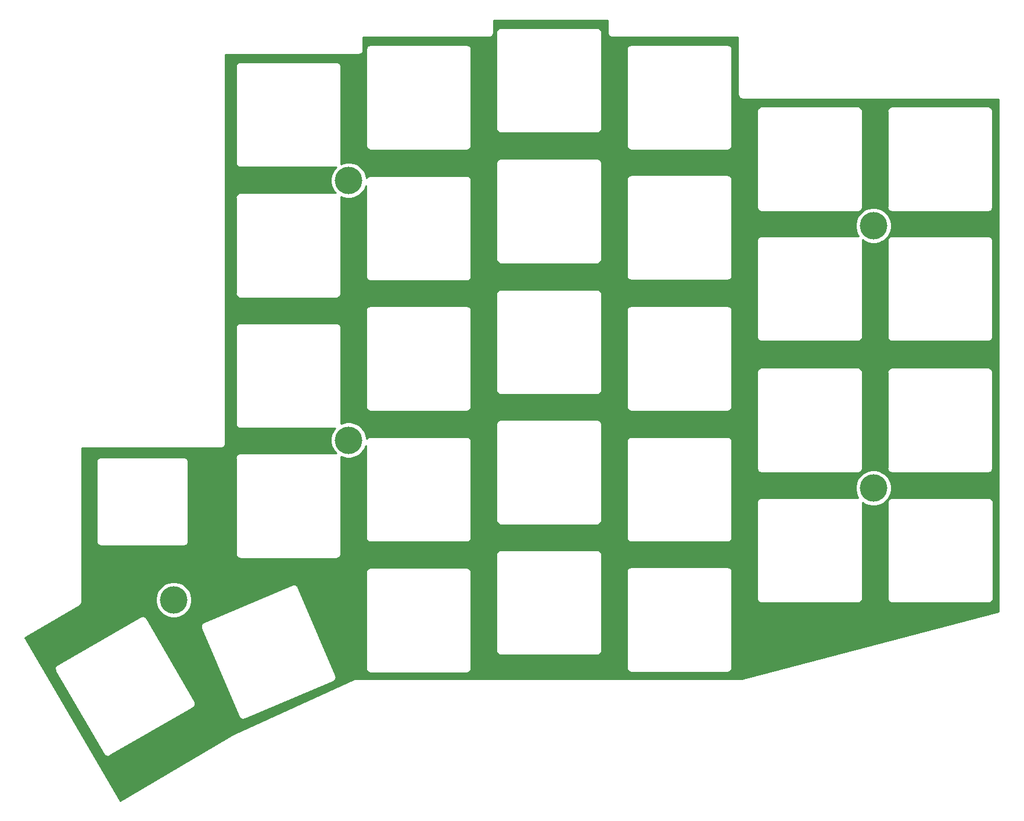
<source format=gbr>
G04 #@! TF.GenerationSoftware,KiCad,Pcbnew,5.1.5-52549c5~86~ubuntu19.10.1*
G04 #@! TF.CreationDate,2020-05-05T19:47:45+02:00*
G04 #@! TF.ProjectId,top_plate,746f705f-706c-4617-9465-2e6b69636164,rev?*
G04 #@! TF.SameCoordinates,Original*
G04 #@! TF.FileFunction,Copper,L1,Top*
G04 #@! TF.FilePolarity,Positive*
%FSLAX46Y46*%
G04 Gerber Fmt 4.6, Leading zero omitted, Abs format (unit mm)*
G04 Created by KiCad (PCBNEW 5.1.5-52549c5~86~ubuntu19.10.1) date 2020-05-05 19:47:45*
%MOMM*%
%LPD*%
G04 APERTURE LIST*
%ADD10C,4.000000*%
%ADD11C,0.254000*%
G04 APERTURE END LIST*
D10*
X72250562Y-50180774D03*
X148750280Y-56791123D03*
X148750280Y-95090512D03*
X46751882Y-111392232D03*
X72251833Y-88092305D03*
D11*
G36*
X109995899Y-28600295D02*
G01*
X109992584Y-28633953D01*
X110005810Y-28768236D01*
X110044979Y-28897359D01*
X110108586Y-29016360D01*
X110194187Y-29120664D01*
X110298491Y-29206265D01*
X110417492Y-29269872D01*
X110546615Y-29309041D01*
X110647251Y-29318953D01*
X110680898Y-29322267D01*
X110714545Y-29318953D01*
X128995112Y-29318953D01*
X128995250Y-37599827D01*
X128991936Y-37633474D01*
X129005162Y-37767757D01*
X129044331Y-37896880D01*
X129107938Y-38015881D01*
X129193539Y-38120185D01*
X129193546Y-38120191D01*
X129193548Y-38120193D01*
X129216246Y-38138820D01*
X129297843Y-38205786D01*
X129297851Y-38205790D01*
X129297853Y-38205792D01*
X129328603Y-38222228D01*
X129416844Y-38269393D01*
X129416852Y-38269395D01*
X129416855Y-38269397D01*
X129454033Y-38280674D01*
X129545967Y-38308562D01*
X129545975Y-38308563D01*
X129545979Y-38308564D01*
X129583664Y-38312275D01*
X129646603Y-38318474D01*
X129646617Y-38318474D01*
X129680261Y-38321787D01*
X129713893Y-38318474D01*
X166995900Y-38318474D01*
X166995901Y-113104450D01*
X129591342Y-122947490D01*
X73201442Y-122947490D01*
X73155349Y-122944626D01*
X73100770Y-122951999D01*
X73045918Y-122957402D01*
X73033985Y-122961022D01*
X73021630Y-122962691D01*
X72969517Y-122980578D01*
X72916795Y-122996571D01*
X72876056Y-123018346D01*
X55454684Y-130983125D01*
X55453131Y-130983500D01*
X55393436Y-131011126D01*
X55364184Y-131024500D01*
X55362806Y-131025302D01*
X55361360Y-131025971D01*
X55333621Y-131042284D01*
X55276781Y-131075358D01*
X55275584Y-131076415D01*
X38926696Y-140691003D01*
X27728617Y-121382756D01*
X29402801Y-121382756D01*
X29407223Y-121517616D01*
X29437869Y-121649023D01*
X29479608Y-121741130D01*
X29493563Y-121771925D01*
X29513256Y-121799404D01*
X36479826Y-133864512D01*
X36493775Y-133895295D01*
X36513462Y-133922766D01*
X36513468Y-133922776D01*
X36572374Y-134004971D01*
X36670862Y-134097205D01*
X36785451Y-134168454D01*
X36832975Y-134186338D01*
X36911739Y-134215978D01*
X37018079Y-134233530D01*
X37044869Y-134237952D01*
X37044870Y-134237952D01*
X37179731Y-134233530D01*
X37311137Y-134202884D01*
X37403245Y-134161145D01*
X37403248Y-134161143D01*
X37434040Y-134147190D01*
X37461519Y-134127497D01*
X49526623Y-127160933D01*
X49557413Y-127146981D01*
X49584889Y-127127290D01*
X49584894Y-127127287D01*
X49667089Y-127068381D01*
X49759323Y-126969893D01*
X49759324Y-126969892D01*
X49830573Y-126855303D01*
X49878096Y-126729016D01*
X49900070Y-126595885D01*
X49895648Y-126461024D01*
X49865002Y-126329617D01*
X49823263Y-126237509D01*
X49823260Y-126237504D01*
X49809308Y-126206715D01*
X49789617Y-126179238D01*
X43494343Y-115276721D01*
X50683931Y-115276721D01*
X50683937Y-115276778D01*
X50683932Y-115276836D01*
X50691240Y-115344909D01*
X50698311Y-115410886D01*
X50698328Y-115410939D01*
X50698334Y-115410998D01*
X50719014Y-115477081D01*
X50738588Y-115539667D01*
X50754808Y-115569395D01*
X56199686Y-128395453D01*
X56209790Y-128427733D01*
X56234724Y-128473406D01*
X56274417Y-128546126D01*
X56274438Y-128546151D01*
X56274446Y-128546166D01*
X56308644Y-128587094D01*
X56360928Y-128649676D01*
X56360949Y-128649693D01*
X56360964Y-128649711D01*
X56409901Y-128689155D01*
X56465979Y-128734360D01*
X56466003Y-128734373D01*
X56466021Y-128734387D01*
X56522574Y-128763976D01*
X56585532Y-128796921D01*
X56585556Y-128796928D01*
X56585579Y-128796940D01*
X56655673Y-128817529D01*
X56714993Y-128834958D01*
X56715015Y-128834960D01*
X56715042Y-128834968D01*
X56783546Y-128841104D01*
X56849388Y-128847007D01*
X56849415Y-128847004D01*
X56849437Y-128847006D01*
X56912192Y-128840265D01*
X56983550Y-128832605D01*
X56983574Y-128832598D01*
X56983598Y-128832595D01*
X57049989Y-128811814D01*
X57112325Y-128792306D01*
X57142021Y-128776097D01*
X69965434Y-123331265D01*
X69997634Y-123321192D01*
X70027351Y-123304975D01*
X70027415Y-123304948D01*
X70062736Y-123285665D01*
X70116078Y-123256556D01*
X70116120Y-123256521D01*
X70116173Y-123256492D01*
X70171572Y-123210203D01*
X70219637Y-123170055D01*
X70219670Y-123170014D01*
X70219718Y-123169974D01*
X70265084Y-123113688D01*
X70304331Y-123065012D01*
X70304356Y-123064964D01*
X70304394Y-123064917D01*
X70336633Y-123003297D01*
X70366904Y-122945465D01*
X70366920Y-122945411D01*
X70366947Y-122945359D01*
X70385902Y-122880826D01*
X70404953Y-122816008D01*
X70404958Y-122815950D01*
X70404974Y-122815896D01*
X70410917Y-122749553D01*
X70417014Y-122681614D01*
X70417008Y-122681557D01*
X70417013Y-122681500D01*
X70410075Y-122616919D01*
X70402625Y-122547450D01*
X70402607Y-122547391D01*
X70402601Y-122547339D01*
X70383145Y-122485181D01*
X70372433Y-122450940D01*
X70372410Y-122450887D01*
X70362294Y-122418567D01*
X70346121Y-122388942D01*
X64903845Y-109565592D01*
X64893759Y-109533344D01*
X64877552Y-109503639D01*
X64877544Y-109503621D01*
X64864922Y-109480490D01*
X64829132Y-109414895D01*
X64829114Y-109414874D01*
X64829104Y-109414855D01*
X64790166Y-109368239D01*
X64742638Y-109311330D01*
X64742618Y-109311314D01*
X64742603Y-109311296D01*
X64695345Y-109273193D01*
X64637601Y-109226628D01*
X64637576Y-109226615D01*
X64637560Y-109226602D01*
X64583834Y-109198481D01*
X64518058Y-109164047D01*
X64518034Y-109164040D01*
X64518013Y-109164029D01*
X64455518Y-109145661D01*
X64388604Y-109125989D01*
X64388579Y-109125987D01*
X64388556Y-109125980D01*
X64325543Y-109120325D01*
X64254211Y-109113918D01*
X64254184Y-109113921D01*
X64254163Y-109113919D01*
X64193104Y-109120467D01*
X64120046Y-109128298D01*
X64120022Y-109128306D01*
X64119999Y-109128308D01*
X64056406Y-109148202D01*
X64023534Y-109158483D01*
X64023512Y-109158492D01*
X63991221Y-109168594D01*
X63961564Y-109184778D01*
X51135566Y-114627106D01*
X51103251Y-114637219D01*
X51047070Y-114667884D01*
X50984908Y-114701801D01*
X50984863Y-114701839D01*
X50984813Y-114701866D01*
X50931185Y-114746669D01*
X50881343Y-114788296D01*
X50881310Y-114788337D01*
X50881262Y-114788377D01*
X50837139Y-114843111D01*
X50796641Y-114893332D01*
X50796614Y-114893383D01*
X50796578Y-114893428D01*
X50765626Y-114952576D01*
X50734060Y-115012875D01*
X50734043Y-115012932D01*
X50734017Y-115012982D01*
X50715541Y-115075867D01*
X50696002Y-115142329D01*
X50695997Y-115142389D01*
X50695981Y-115142442D01*
X50690087Y-115208188D01*
X50683931Y-115276721D01*
X43494343Y-115276721D01*
X42823049Y-114114137D01*
X42809095Y-114083343D01*
X42755484Y-114008536D01*
X42730494Y-113973667D01*
X42632007Y-113881432D01*
X42517418Y-113810184D01*
X42391131Y-113762660D01*
X42257999Y-113740686D01*
X42123138Y-113745108D01*
X41991731Y-113775754D01*
X41899624Y-113817493D01*
X41899619Y-113817496D01*
X41868830Y-113831448D01*
X41841355Y-113851138D01*
X29776258Y-120817703D01*
X29745458Y-120831660D01*
X29652872Y-120898013D01*
X29635782Y-120910261D01*
X29543547Y-121008748D01*
X29472299Y-121123337D01*
X29424775Y-121249624D01*
X29414139Y-121314066D01*
X29402801Y-121382756D01*
X27728617Y-121382756D01*
X25115671Y-116877394D01*
X33015769Y-112228472D01*
X33062853Y-112203304D01*
X33099853Y-112172937D01*
X33138546Y-112144721D01*
X33151913Y-112130209D01*
X33167155Y-112117700D01*
X33197520Y-112080698D01*
X33229965Y-112045476D01*
X33240243Y-112028639D01*
X33252753Y-112013394D01*
X33275318Y-111971176D01*
X33300267Y-111930303D01*
X33307062Y-111911785D01*
X33316358Y-111894392D01*
X33330256Y-111848573D01*
X33346747Y-111803629D01*
X33349798Y-111784146D01*
X33355524Y-111765268D01*
X33360216Y-111717616D01*
X33367622Y-111670321D01*
X33365432Y-111616956D01*
X33365421Y-111132707D01*
X44116882Y-111132707D01*
X44116882Y-111651757D01*
X44218143Y-112160833D01*
X44416775Y-112640373D01*
X44705144Y-113071947D01*
X45072167Y-113438970D01*
X45503741Y-113727339D01*
X45983281Y-113925971D01*
X46492357Y-114027232D01*
X47011407Y-114027232D01*
X47520483Y-113925971D01*
X48000023Y-113727339D01*
X48431597Y-113438970D01*
X48798620Y-113071947D01*
X49086989Y-112640373D01*
X49285621Y-112160833D01*
X49386882Y-111651757D01*
X49386882Y-111132707D01*
X49285621Y-110623631D01*
X49086989Y-110144091D01*
X48798620Y-109712517D01*
X48431597Y-109345494D01*
X48000023Y-109057125D01*
X47520483Y-108858493D01*
X47011407Y-108757232D01*
X46492357Y-108757232D01*
X45983281Y-108858493D01*
X45503741Y-109057125D01*
X45072167Y-109345494D01*
X44705144Y-109712517D01*
X44416775Y-110144091D01*
X44218143Y-110623631D01*
X44116882Y-111132707D01*
X33365421Y-111132707D01*
X33365335Y-107379058D01*
X74763010Y-107379058D01*
X74766325Y-107412715D01*
X74766324Y-121345833D01*
X74763010Y-121379480D01*
X74776236Y-121513763D01*
X74815405Y-121642886D01*
X74879012Y-121761887D01*
X74964613Y-121866191D01*
X75025718Y-121916339D01*
X75068917Y-121951792D01*
X75187918Y-122015399D01*
X75317041Y-122054568D01*
X75451324Y-122067794D01*
X75484971Y-122064480D01*
X89415557Y-122064480D01*
X89449204Y-122067794D01*
X89583487Y-122054568D01*
X89712610Y-122015399D01*
X89831611Y-121951792D01*
X89935915Y-121866191D01*
X90021516Y-121761887D01*
X90085123Y-121642886D01*
X90124292Y-121513763D01*
X90134204Y-121413127D01*
X90134204Y-121413126D01*
X90137518Y-121379480D01*
X90134204Y-121345833D01*
X90134204Y-107412705D01*
X90137518Y-107379058D01*
X90124292Y-107244775D01*
X90085123Y-107115652D01*
X90021516Y-106996651D01*
X89935915Y-106892347D01*
X89831611Y-106806746D01*
X89712610Y-106743139D01*
X89583487Y-106703970D01*
X89482851Y-106694058D01*
X89449204Y-106690744D01*
X89415557Y-106694058D01*
X75484971Y-106694058D01*
X75451324Y-106690744D01*
X75417677Y-106694058D01*
X75317041Y-106703970D01*
X75187918Y-106743139D01*
X75068917Y-106806746D01*
X74964613Y-106892347D01*
X74879012Y-106996651D01*
X74815405Y-107115652D01*
X74776236Y-107244775D01*
X74763010Y-107379058D01*
X33365335Y-107379058D01*
X33364963Y-91257418D01*
X35479182Y-91257418D01*
X35482503Y-91291133D01*
X35484685Y-102823964D01*
X35481377Y-102857553D01*
X35484698Y-102891271D01*
X35484698Y-102891329D01*
X35487653Y-102921276D01*
X35494603Y-102991836D01*
X35494623Y-102991902D01*
X35494629Y-102991963D01*
X35513420Y-103053868D01*
X35533772Y-103120959D01*
X35533803Y-103121018D01*
X35533822Y-103121079D01*
X35564412Y-103178284D01*
X35597379Y-103239960D01*
X35597423Y-103240013D01*
X35597452Y-103240068D01*
X35636879Y-103288091D01*
X35682980Y-103344264D01*
X35683036Y-103344310D01*
X35683073Y-103344355D01*
X35730722Y-103383445D01*
X35787284Y-103429865D01*
X35787345Y-103429898D01*
X35787393Y-103429937D01*
X35842981Y-103459636D01*
X35906285Y-103493472D01*
X35906353Y-103493493D01*
X35906406Y-103493521D01*
X35967181Y-103511945D01*
X36035408Y-103532641D01*
X36035475Y-103532648D01*
X36035536Y-103532666D01*
X36099028Y-103538907D01*
X36136044Y-103542553D01*
X36136117Y-103542553D01*
X36169821Y-103545866D01*
X36203394Y-103542553D01*
X48137496Y-103542553D01*
X48171143Y-103545867D01*
X48305426Y-103532641D01*
X48434549Y-103493472D01*
X48553550Y-103429865D01*
X48657854Y-103344264D01*
X48743455Y-103239960D01*
X48807062Y-103120959D01*
X48846231Y-102991836D01*
X48856143Y-102891200D01*
X48859457Y-102857553D01*
X48856143Y-102823906D01*
X48856143Y-91291065D01*
X48859457Y-91257418D01*
X48846231Y-91123135D01*
X48807062Y-90994012D01*
X48743455Y-90875011D01*
X48657854Y-90770707D01*
X48553550Y-90685106D01*
X48434549Y-90621499D01*
X48305426Y-90582330D01*
X48204790Y-90572418D01*
X48171143Y-90569104D01*
X48137496Y-90572418D01*
X36201070Y-90572418D01*
X36167366Y-90569105D01*
X36104742Y-90575285D01*
X36033213Y-90582330D01*
X36033147Y-90582350D01*
X36033086Y-90582356D01*
X35971181Y-90601147D01*
X35904090Y-90621499D01*
X35904031Y-90621530D01*
X35903970Y-90621549D01*
X35846765Y-90652139D01*
X35785089Y-90685106D01*
X35785036Y-90685150D01*
X35784981Y-90685179D01*
X35735768Y-90725583D01*
X35680785Y-90770707D01*
X35680741Y-90770761D01*
X35680693Y-90770800D01*
X35640200Y-90820159D01*
X35595184Y-90875011D01*
X35595151Y-90875072D01*
X35595112Y-90875120D01*
X35565413Y-90930708D01*
X35531577Y-90994012D01*
X35531556Y-90994080D01*
X35531528Y-90994133D01*
X35513104Y-91054908D01*
X35492408Y-91123135D01*
X35492401Y-91123202D01*
X35492383Y-91123263D01*
X35485993Y-91188265D01*
X35479182Y-91257418D01*
X33364963Y-91257418D01*
X33364917Y-89270695D01*
X53545604Y-89270695D01*
X53579269Y-89274008D01*
X53632614Y-89268749D01*
X53713497Y-89260783D01*
X53713530Y-89260773D01*
X53713551Y-89260771D01*
X53765397Y-89245039D01*
X53842620Y-89221614D01*
X53842648Y-89221599D01*
X53842671Y-89221592D01*
X53892062Y-89195187D01*
X53961621Y-89158007D01*
X53961647Y-89157986D01*
X53961667Y-89157975D01*
X54005311Y-89122151D01*
X54065925Y-89072406D01*
X54065945Y-89072382D01*
X54065964Y-89072366D01*
X54104402Y-89025522D01*
X54151526Y-88968102D01*
X54151540Y-88968076D01*
X54151557Y-88968055D01*
X54181056Y-88912854D01*
X54215133Y-88849101D01*
X54215142Y-88849072D01*
X54215154Y-88849049D01*
X54231909Y-88793797D01*
X54254302Y-88719978D01*
X54254305Y-88719944D01*
X54254312Y-88719922D01*
X54259886Y-88663280D01*
X54267528Y-88585695D01*
X54264211Y-88552013D01*
X54262842Y-71679499D01*
X55763885Y-71679499D01*
X55767200Y-71713156D01*
X55767199Y-85646278D01*
X55763885Y-85679925D01*
X55777111Y-85814208D01*
X55816280Y-85943331D01*
X55879887Y-86062332D01*
X55965488Y-86166636D01*
X56069792Y-86252237D01*
X56188793Y-86315844D01*
X56317916Y-86355013D01*
X56452199Y-86368239D01*
X56485846Y-86364925D01*
X70252760Y-86364925D01*
X70205095Y-86412590D01*
X69916726Y-86844164D01*
X69718094Y-87323704D01*
X69616833Y-87832780D01*
X69616833Y-88351830D01*
X69718094Y-88860906D01*
X69916726Y-89340446D01*
X70205095Y-89772020D01*
X70428091Y-89995016D01*
X70416432Y-89996164D01*
X56485846Y-89996164D01*
X56452199Y-89992850D01*
X56418552Y-89996164D01*
X56317916Y-90006076D01*
X56188793Y-90045245D01*
X56069792Y-90108852D01*
X55965488Y-90194453D01*
X55879887Y-90298757D01*
X55816280Y-90417758D01*
X55777111Y-90546881D01*
X55763885Y-90681164D01*
X55767200Y-90714821D01*
X55767199Y-104647943D01*
X55763885Y-104681590D01*
X55777111Y-104815873D01*
X55816280Y-104944996D01*
X55879887Y-105063997D01*
X55965488Y-105168301D01*
X56069792Y-105253902D01*
X56188793Y-105317509D01*
X56317916Y-105356678D01*
X56452199Y-105369904D01*
X56485846Y-105366590D01*
X70416432Y-105366590D01*
X70450079Y-105369904D01*
X70584362Y-105356678D01*
X70713485Y-105317509D01*
X70832486Y-105253902D01*
X70936790Y-105168301D01*
X71022391Y-105063997D01*
X71085998Y-104944996D01*
X71125167Y-104815873D01*
X71128636Y-104780648D01*
X93762135Y-104780648D01*
X93765450Y-104814305D01*
X93765449Y-118747426D01*
X93762135Y-118781073D01*
X93775361Y-118915356D01*
X93814530Y-119044479D01*
X93878137Y-119163480D01*
X93963738Y-119267784D01*
X94068042Y-119353385D01*
X94187043Y-119416992D01*
X94316166Y-119456161D01*
X94450449Y-119469387D01*
X94484096Y-119466073D01*
X108414682Y-119466073D01*
X108448329Y-119469387D01*
X108582612Y-119456161D01*
X108711735Y-119416992D01*
X108830736Y-119353385D01*
X108935040Y-119267784D01*
X109020641Y-119163480D01*
X109084248Y-119044479D01*
X109123417Y-118915356D01*
X109133329Y-118814720D01*
X109133329Y-118814719D01*
X109136643Y-118781073D01*
X109133329Y-118747426D01*
X109133329Y-107279998D01*
X112761261Y-107279998D01*
X112764576Y-107313655D01*
X112764575Y-121246773D01*
X112761261Y-121280420D01*
X112774487Y-121414703D01*
X112813656Y-121543826D01*
X112877263Y-121662827D01*
X112962864Y-121767131D01*
X113067168Y-121852732D01*
X113186169Y-121916339D01*
X113315292Y-121955508D01*
X113449575Y-121968734D01*
X113483222Y-121965420D01*
X127413813Y-121965420D01*
X127447460Y-121968734D01*
X127581743Y-121955508D01*
X127710866Y-121916339D01*
X127829867Y-121852732D01*
X127934171Y-121767131D01*
X128019772Y-121662827D01*
X128083379Y-121543826D01*
X128122548Y-121414703D01*
X128132460Y-121314067D01*
X128132460Y-121314066D01*
X128135774Y-121280420D01*
X128132460Y-121246773D01*
X128132460Y-107313645D01*
X128135774Y-107279998D01*
X128122548Y-107145715D01*
X128083379Y-107016592D01*
X128019772Y-106897591D01*
X127934171Y-106793287D01*
X127829867Y-106707686D01*
X127710866Y-106644079D01*
X127581743Y-106604910D01*
X127481107Y-106594998D01*
X127447460Y-106591684D01*
X127413813Y-106594998D01*
X113483222Y-106594998D01*
X113449575Y-106591684D01*
X113415928Y-106594998D01*
X113315292Y-106604910D01*
X113186169Y-106644079D01*
X113067168Y-106707686D01*
X112962864Y-106793287D01*
X112877263Y-106897591D01*
X112813656Y-107016592D01*
X112774487Y-107145715D01*
X112761261Y-107279998D01*
X109133329Y-107279998D01*
X109133329Y-104814295D01*
X109136643Y-104780648D01*
X109123417Y-104646365D01*
X109084248Y-104517242D01*
X109020641Y-104398241D01*
X108935040Y-104293937D01*
X108830736Y-104208336D01*
X108711735Y-104144729D01*
X108582612Y-104105560D01*
X108481976Y-104095648D01*
X108448329Y-104092334D01*
X108414682Y-104095648D01*
X94484096Y-104095648D01*
X94450449Y-104092334D01*
X94416802Y-104095648D01*
X94316166Y-104105560D01*
X94187043Y-104144729D01*
X94068042Y-104208336D01*
X93963738Y-104293937D01*
X93878137Y-104398241D01*
X93814530Y-104517242D01*
X93775361Y-104646365D01*
X93762135Y-104780648D01*
X71128636Y-104780648D01*
X71135079Y-104715237D01*
X71135079Y-104715236D01*
X71138393Y-104681590D01*
X71135079Y-104647943D01*
X71135079Y-90714811D01*
X71138393Y-90681164D01*
X71125167Y-90546881D01*
X71101175Y-90467791D01*
X71483232Y-90626044D01*
X71992308Y-90727305D01*
X72511358Y-90727305D01*
X73020434Y-90626044D01*
X73499974Y-90427412D01*
X73931548Y-90139043D01*
X74298571Y-89772020D01*
X74586940Y-89340446D01*
X74766325Y-88907372D01*
X74766324Y-102247651D01*
X74763010Y-102281298D01*
X74776236Y-102415581D01*
X74815405Y-102544704D01*
X74879012Y-102663705D01*
X74964613Y-102768009D01*
X75068916Y-102853609D01*
X75068917Y-102853610D01*
X75187918Y-102917217D01*
X75317041Y-102956386D01*
X75451324Y-102969612D01*
X75484971Y-102966298D01*
X89415557Y-102966298D01*
X89449204Y-102969612D01*
X89583487Y-102956386D01*
X89712610Y-102917217D01*
X89831611Y-102853610D01*
X89935915Y-102768009D01*
X90021516Y-102663705D01*
X90085123Y-102544704D01*
X90124292Y-102415581D01*
X90134204Y-102314945D01*
X90134204Y-102314943D01*
X90137518Y-102281298D01*
X90134204Y-102247651D01*
X90134204Y-88314520D01*
X90137518Y-88280873D01*
X90124292Y-88146590D01*
X90085123Y-88017467D01*
X90021516Y-87898466D01*
X89935915Y-87794162D01*
X89831611Y-87708561D01*
X89712610Y-87644954D01*
X89583487Y-87605785D01*
X89482851Y-87595873D01*
X89449204Y-87592559D01*
X89415557Y-87595873D01*
X75484971Y-87595873D01*
X75451324Y-87592559D01*
X75417677Y-87595873D01*
X75317041Y-87605785D01*
X75187918Y-87644954D01*
X75068917Y-87708561D01*
X74964613Y-87794162D01*
X74886833Y-87888936D01*
X74886833Y-87832780D01*
X74785572Y-87323704D01*
X74586940Y-86844164D01*
X74298571Y-86412590D01*
X73931548Y-86045567D01*
X73532578Y-85778983D01*
X93762135Y-85778983D01*
X93765450Y-85812640D01*
X93765449Y-99745761D01*
X93762135Y-99779408D01*
X93775361Y-99913691D01*
X93814530Y-100042814D01*
X93878137Y-100161815D01*
X93963738Y-100266119D01*
X94068042Y-100351720D01*
X94187043Y-100415327D01*
X94316166Y-100454496D01*
X94450449Y-100467722D01*
X94484096Y-100464408D01*
X108414682Y-100464408D01*
X108448329Y-100467722D01*
X108582612Y-100454496D01*
X108711735Y-100415327D01*
X108830736Y-100351720D01*
X108935040Y-100266119D01*
X109020641Y-100161815D01*
X109084248Y-100042814D01*
X109123417Y-99913691D01*
X109133329Y-99813055D01*
X109133329Y-99813054D01*
X109136643Y-99779408D01*
X109133329Y-99745761D01*
X109133329Y-88280873D01*
X112761261Y-88280873D01*
X112764576Y-88314530D01*
X112764575Y-102247650D01*
X112761261Y-102281297D01*
X112774487Y-102415580D01*
X112813656Y-102544703D01*
X112877263Y-102663704D01*
X112962864Y-102768008D01*
X113067168Y-102853609D01*
X113186169Y-102917216D01*
X113315292Y-102956385D01*
X113449575Y-102969611D01*
X113483222Y-102966297D01*
X127413803Y-102966297D01*
X127447450Y-102969611D01*
X127581733Y-102956385D01*
X127710856Y-102917216D01*
X127829857Y-102853609D01*
X127934161Y-102768008D01*
X128019762Y-102663704D01*
X128083369Y-102544703D01*
X128122538Y-102415580D01*
X128132450Y-102314944D01*
X128132450Y-102314943D01*
X128135764Y-102281297D01*
X128132450Y-102247650D01*
X128132450Y-97180998D01*
X131762926Y-97180998D01*
X131766241Y-97214655D01*
X131766240Y-111147775D01*
X131762926Y-111181422D01*
X131776152Y-111315705D01*
X131815321Y-111444828D01*
X131878928Y-111563829D01*
X131964529Y-111668133D01*
X132068833Y-111753734D01*
X132187834Y-111817341D01*
X132316957Y-111856510D01*
X132451240Y-111869736D01*
X132484887Y-111866422D01*
X146415473Y-111866422D01*
X146449120Y-111869736D01*
X146583403Y-111856510D01*
X146712526Y-111817341D01*
X146831527Y-111753734D01*
X146935831Y-111668133D01*
X147021432Y-111563829D01*
X147085039Y-111444828D01*
X147124208Y-111315705D01*
X147134120Y-111215069D01*
X147134120Y-111215068D01*
X147137434Y-111181422D01*
X147134120Y-111147775D01*
X147134120Y-97214645D01*
X147137348Y-97181873D01*
X147502139Y-97425619D01*
X147981679Y-97624251D01*
X148490755Y-97725512D01*
X149009805Y-97725512D01*
X149518881Y-97624251D01*
X149998421Y-97425619D01*
X150364521Y-97180998D01*
X150812846Y-97180998D01*
X150816161Y-97214655D01*
X150816160Y-111147775D01*
X150812846Y-111181422D01*
X150826072Y-111315705D01*
X150865241Y-111444828D01*
X150928848Y-111563829D01*
X151014449Y-111668133D01*
X151118753Y-111753734D01*
X151237754Y-111817341D01*
X151366877Y-111856510D01*
X151501160Y-111869736D01*
X151534807Y-111866422D01*
X165465393Y-111866422D01*
X165499040Y-111869736D01*
X165633323Y-111856510D01*
X165762446Y-111817341D01*
X165881447Y-111753734D01*
X165985751Y-111668133D01*
X166071352Y-111563829D01*
X166134959Y-111444828D01*
X166174128Y-111315705D01*
X166184040Y-111215069D01*
X166184040Y-111215068D01*
X166187354Y-111181422D01*
X166184040Y-111147775D01*
X166184040Y-97214645D01*
X166187354Y-97180998D01*
X166174128Y-97046715D01*
X166134959Y-96917592D01*
X166071352Y-96798591D01*
X165985751Y-96694287D01*
X165881447Y-96608686D01*
X165762446Y-96545079D01*
X165633323Y-96505910D01*
X165532687Y-96495998D01*
X165499040Y-96492684D01*
X165465393Y-96495998D01*
X151534807Y-96495998D01*
X151501160Y-96492684D01*
X151467513Y-96495998D01*
X151366877Y-96505910D01*
X151237754Y-96545079D01*
X151118753Y-96608686D01*
X151014449Y-96694287D01*
X150928848Y-96798591D01*
X150865241Y-96917592D01*
X150826072Y-97046715D01*
X150812846Y-97180998D01*
X150364521Y-97180998D01*
X150429995Y-97137250D01*
X150797018Y-96770227D01*
X151085387Y-96338653D01*
X151284019Y-95859113D01*
X151385280Y-95350037D01*
X151385280Y-94830987D01*
X151284019Y-94321911D01*
X151085387Y-93842371D01*
X150797018Y-93410797D01*
X150429995Y-93043774D01*
X149998421Y-92755405D01*
X149518881Y-92556773D01*
X149009805Y-92455512D01*
X148490755Y-92455512D01*
X147981679Y-92556773D01*
X147502139Y-92755405D01*
X147070565Y-93043774D01*
X146703542Y-93410797D01*
X146415173Y-93842371D01*
X146216541Y-94321911D01*
X146115280Y-94830987D01*
X146115280Y-95350037D01*
X146216541Y-95859113D01*
X146415173Y-96338653D01*
X146522952Y-96499956D01*
X146482767Y-96495998D01*
X146449120Y-96492684D01*
X146415473Y-96495998D01*
X132484887Y-96495998D01*
X132451240Y-96492684D01*
X132417593Y-96495998D01*
X132316957Y-96505910D01*
X132187834Y-96545079D01*
X132068833Y-96608686D01*
X131964529Y-96694287D01*
X131878928Y-96798591D01*
X131815321Y-96917592D01*
X131776152Y-97046715D01*
X131762926Y-97180998D01*
X128132450Y-97180998D01*
X128132450Y-88314520D01*
X128135764Y-88280873D01*
X128122538Y-88146590D01*
X128083369Y-88017467D01*
X128019762Y-87898466D01*
X127934161Y-87794162D01*
X127829857Y-87708561D01*
X127710856Y-87644954D01*
X127581733Y-87605785D01*
X127481097Y-87595873D01*
X127447450Y-87592559D01*
X127413803Y-87595873D01*
X113483222Y-87595873D01*
X113449575Y-87592559D01*
X113415928Y-87595873D01*
X113315292Y-87605785D01*
X113186169Y-87644954D01*
X113067168Y-87708561D01*
X112962864Y-87794162D01*
X112877263Y-87898466D01*
X112813656Y-88017467D01*
X112774487Y-88146590D01*
X112761261Y-88280873D01*
X109133329Y-88280873D01*
X109133329Y-85812630D01*
X109136643Y-85778983D01*
X109123417Y-85644700D01*
X109084248Y-85515577D01*
X109020641Y-85396576D01*
X108935040Y-85292272D01*
X108830736Y-85206671D01*
X108711735Y-85143064D01*
X108582612Y-85103895D01*
X108481976Y-85093983D01*
X108448329Y-85090669D01*
X108414682Y-85093983D01*
X94484096Y-85093983D01*
X94450449Y-85090669D01*
X94416802Y-85093983D01*
X94316166Y-85103895D01*
X94187043Y-85143064D01*
X94068042Y-85206671D01*
X93963738Y-85292272D01*
X93878137Y-85396576D01*
X93814530Y-85515577D01*
X93775361Y-85644700D01*
X93762135Y-85778983D01*
X73532578Y-85778983D01*
X73499974Y-85757198D01*
X73020434Y-85558566D01*
X72511358Y-85457305D01*
X71992308Y-85457305D01*
X71483232Y-85558566D01*
X71136189Y-85702316D01*
X71138394Y-85679925D01*
X71135080Y-85646278D01*
X71135080Y-71713146D01*
X71138394Y-71679499D01*
X71125168Y-71545216D01*
X71085999Y-71416093D01*
X71022392Y-71297092D01*
X70936791Y-71192788D01*
X70832487Y-71107187D01*
X70713486Y-71043580D01*
X70584363Y-71004411D01*
X70483727Y-70994499D01*
X70450080Y-70991185D01*
X70416433Y-70994499D01*
X56485846Y-70994499D01*
X56452199Y-70991185D01*
X56418552Y-70994499D01*
X56317916Y-71004411D01*
X56188793Y-71043580D01*
X56069792Y-71107187D01*
X55965488Y-71192788D01*
X55879887Y-71297092D01*
X55816280Y-71416093D01*
X55777111Y-71545216D01*
X55763885Y-71679499D01*
X54262842Y-71679499D01*
X54262640Y-69180148D01*
X74763010Y-69180148D01*
X74766325Y-69213805D01*
X74766324Y-83146927D01*
X74763010Y-83180574D01*
X74776236Y-83314857D01*
X74815405Y-83443980D01*
X74879012Y-83562981D01*
X74964613Y-83667285D01*
X75068916Y-83752885D01*
X75068917Y-83752886D01*
X75187918Y-83816493D01*
X75317041Y-83855662D01*
X75451324Y-83868888D01*
X75484971Y-83865574D01*
X89415558Y-83865574D01*
X89449205Y-83868888D01*
X89583488Y-83855662D01*
X89712611Y-83816493D01*
X89831612Y-83752886D01*
X89935916Y-83667285D01*
X90021517Y-83562981D01*
X90085124Y-83443980D01*
X90124293Y-83314857D01*
X90134205Y-83214221D01*
X90134205Y-83214219D01*
X90137519Y-83180574D01*
X90134205Y-83146927D01*
X90134205Y-69213795D01*
X90137519Y-69180148D01*
X90124293Y-69045865D01*
X90085124Y-68916742D01*
X90021517Y-68797741D01*
X89935916Y-68693437D01*
X89831612Y-68607836D01*
X89712611Y-68544229D01*
X89583488Y-68505060D01*
X89482852Y-68495148D01*
X89449205Y-68491834D01*
X89415558Y-68495148D01*
X75484971Y-68495148D01*
X75451324Y-68491834D01*
X75417677Y-68495148D01*
X75317041Y-68505060D01*
X75187918Y-68544229D01*
X75068917Y-68607836D01*
X74964613Y-68693437D01*
X74879012Y-68797741D01*
X74815405Y-68916742D01*
X74776236Y-69045865D01*
X74763010Y-69180148D01*
X54262640Y-69180148D01*
X54259748Y-33579649D01*
X55763883Y-33579649D01*
X55767198Y-33613306D01*
X55767197Y-47546426D01*
X55763883Y-47580073D01*
X55777109Y-47714356D01*
X55816278Y-47843479D01*
X55879885Y-47962480D01*
X55965486Y-48066784D01*
X56047432Y-48134036D01*
X56069790Y-48152385D01*
X56188791Y-48215992D01*
X56317914Y-48255161D01*
X56452197Y-48268387D01*
X56485844Y-48265073D01*
X70416437Y-48265073D01*
X70437714Y-48267169D01*
X70203824Y-48501059D01*
X69915455Y-48932633D01*
X69716823Y-49412173D01*
X69615562Y-49921249D01*
X69615562Y-50440299D01*
X69716823Y-50949375D01*
X69915455Y-51428915D01*
X70203824Y-51860489D01*
X70338708Y-51995373D01*
X56485846Y-51995373D01*
X56452199Y-51992059D01*
X56418552Y-51995373D01*
X56317916Y-52005285D01*
X56188793Y-52044454D01*
X56069792Y-52108061D01*
X55965488Y-52193662D01*
X55879887Y-52297966D01*
X55816280Y-52416967D01*
X55777111Y-52546090D01*
X55763885Y-52680373D01*
X55767200Y-52714030D01*
X55767199Y-66647151D01*
X55763885Y-66680798D01*
X55777111Y-66815081D01*
X55816280Y-66944204D01*
X55879887Y-67063205D01*
X55965488Y-67167509D01*
X56069792Y-67253110D01*
X56188793Y-67316717D01*
X56317916Y-67355886D01*
X56452199Y-67369112D01*
X56485846Y-67365798D01*
X70416432Y-67365798D01*
X70450079Y-67369112D01*
X70584362Y-67355886D01*
X70713485Y-67316717D01*
X70832486Y-67253110D01*
X70936790Y-67167509D01*
X71022391Y-67063205D01*
X71085998Y-66944204D01*
X71125167Y-66815081D01*
X71128636Y-66779858D01*
X93762135Y-66779858D01*
X93765450Y-66813515D01*
X93765449Y-80746636D01*
X93762135Y-80780283D01*
X93775361Y-80914566D01*
X93814530Y-81043689D01*
X93878137Y-81162690D01*
X93963738Y-81266994D01*
X94068042Y-81352595D01*
X94187043Y-81416202D01*
X94316166Y-81455371D01*
X94450449Y-81468597D01*
X94484096Y-81465283D01*
X108414682Y-81465283D01*
X108448329Y-81468597D01*
X108582612Y-81455371D01*
X108711735Y-81416202D01*
X108830736Y-81352595D01*
X108935040Y-81266994D01*
X109020641Y-81162690D01*
X109084248Y-81043689D01*
X109123417Y-80914566D01*
X109133329Y-80813930D01*
X109133329Y-80813929D01*
X109136643Y-80780283D01*
X109133329Y-80746636D01*
X109133329Y-69180148D01*
X112761261Y-69180148D01*
X112764576Y-69213805D01*
X112764575Y-83146926D01*
X112761261Y-83180573D01*
X112774487Y-83314856D01*
X112813656Y-83443979D01*
X112877263Y-83562980D01*
X112962864Y-83667284D01*
X113067168Y-83752885D01*
X113186169Y-83816492D01*
X113315292Y-83855661D01*
X113449575Y-83868887D01*
X113483222Y-83865573D01*
X127413803Y-83865573D01*
X127447450Y-83868887D01*
X127581733Y-83855661D01*
X127710856Y-83816492D01*
X127829857Y-83752885D01*
X127934161Y-83667284D01*
X128019762Y-83562980D01*
X128083369Y-83443979D01*
X128122538Y-83314856D01*
X128132450Y-83214220D01*
X128132450Y-83214219D01*
X128135764Y-83180573D01*
X128132450Y-83146926D01*
X128132450Y-78179333D01*
X131762926Y-78179333D01*
X131766241Y-78212990D01*
X131766240Y-92146110D01*
X131762926Y-92179757D01*
X131776152Y-92314040D01*
X131815321Y-92443163D01*
X131878928Y-92562164D01*
X131964529Y-92666468D01*
X132068833Y-92752069D01*
X132187834Y-92815676D01*
X132316957Y-92854845D01*
X132451240Y-92868071D01*
X132484887Y-92864757D01*
X146415473Y-92864757D01*
X146449120Y-92868071D01*
X146583403Y-92854845D01*
X146712526Y-92815676D01*
X146831527Y-92752069D01*
X146935831Y-92666468D01*
X147021432Y-92562164D01*
X147085039Y-92443163D01*
X147124208Y-92314040D01*
X147134120Y-92213404D01*
X147134120Y-92213403D01*
X147137434Y-92179757D01*
X147134120Y-92146110D01*
X147134120Y-78212980D01*
X147137434Y-78179333D01*
X150762056Y-78179333D01*
X150765371Y-78212990D01*
X150765370Y-92146110D01*
X150762056Y-92179757D01*
X150775282Y-92314040D01*
X150814451Y-92443163D01*
X150878058Y-92562164D01*
X150963659Y-92666468D01*
X151067963Y-92752069D01*
X151186964Y-92815676D01*
X151316087Y-92854845D01*
X151450370Y-92868071D01*
X151484017Y-92864757D01*
X165414603Y-92864757D01*
X165448250Y-92868071D01*
X165582533Y-92854845D01*
X165711656Y-92815676D01*
X165830657Y-92752069D01*
X165934961Y-92666468D01*
X166020562Y-92562164D01*
X166084169Y-92443163D01*
X166123338Y-92314040D01*
X166133250Y-92213404D01*
X166133250Y-92213403D01*
X166136564Y-92179757D01*
X166133250Y-92146110D01*
X166133250Y-78212980D01*
X166136564Y-78179333D01*
X166123338Y-78045050D01*
X166084169Y-77915927D01*
X166020562Y-77796926D01*
X165934961Y-77692622D01*
X165830657Y-77607021D01*
X165711656Y-77543414D01*
X165582533Y-77504245D01*
X165481897Y-77494333D01*
X165448250Y-77491019D01*
X165414603Y-77494333D01*
X151484017Y-77494333D01*
X151450370Y-77491019D01*
X151416723Y-77494333D01*
X151316087Y-77504245D01*
X151186964Y-77543414D01*
X151067963Y-77607021D01*
X150963659Y-77692622D01*
X150878058Y-77796926D01*
X150814451Y-77915927D01*
X150775282Y-78045050D01*
X150762056Y-78179333D01*
X147137434Y-78179333D01*
X147124208Y-78045050D01*
X147085039Y-77915927D01*
X147021432Y-77796926D01*
X146935831Y-77692622D01*
X146831527Y-77607021D01*
X146712526Y-77543414D01*
X146583403Y-77504245D01*
X146482767Y-77494333D01*
X146449120Y-77491019D01*
X146415473Y-77494333D01*
X132484887Y-77494333D01*
X132451240Y-77491019D01*
X132417593Y-77494333D01*
X132316957Y-77504245D01*
X132187834Y-77543414D01*
X132068833Y-77607021D01*
X131964529Y-77692622D01*
X131878928Y-77796926D01*
X131815321Y-77915927D01*
X131776152Y-78045050D01*
X131762926Y-78179333D01*
X128132450Y-78179333D01*
X128132450Y-69213795D01*
X128135764Y-69180148D01*
X128122538Y-69045865D01*
X128083369Y-68916742D01*
X128019762Y-68797741D01*
X127934161Y-68693437D01*
X127829857Y-68607836D01*
X127710856Y-68544229D01*
X127581733Y-68505060D01*
X127481097Y-68495148D01*
X127447450Y-68491834D01*
X127413803Y-68495148D01*
X113483222Y-68495148D01*
X113449575Y-68491834D01*
X113415928Y-68495148D01*
X113315292Y-68505060D01*
X113186169Y-68544229D01*
X113067168Y-68607836D01*
X112962864Y-68693437D01*
X112877263Y-68797741D01*
X112813656Y-68916742D01*
X112774487Y-69045865D01*
X112761261Y-69180148D01*
X109133329Y-69180148D01*
X109133329Y-66813505D01*
X109136643Y-66779858D01*
X109123417Y-66645575D01*
X109084248Y-66516452D01*
X109020641Y-66397451D01*
X108935040Y-66293147D01*
X108830736Y-66207546D01*
X108711735Y-66143939D01*
X108582612Y-66104770D01*
X108481976Y-66094858D01*
X108448329Y-66091544D01*
X108414682Y-66094858D01*
X94484096Y-66094858D01*
X94450449Y-66091544D01*
X94416802Y-66094858D01*
X94316166Y-66104770D01*
X94187043Y-66143939D01*
X94068042Y-66207546D01*
X93963738Y-66293147D01*
X93878137Y-66397451D01*
X93814530Y-66516452D01*
X93775361Y-66645575D01*
X93762135Y-66779858D01*
X71128636Y-66779858D01*
X71135079Y-66714445D01*
X71135079Y-66714444D01*
X71138393Y-66680798D01*
X71135079Y-66647151D01*
X71135079Y-52714020D01*
X71138393Y-52680373D01*
X71127286Y-52567602D01*
X71481961Y-52714513D01*
X71991037Y-52815774D01*
X72510087Y-52815774D01*
X73019163Y-52714513D01*
X73498703Y-52515881D01*
X73930277Y-52227512D01*
X74297300Y-51860489D01*
X74585669Y-51428915D01*
X74768870Y-50986629D01*
X74768869Y-64147801D01*
X74765555Y-64181448D01*
X74778781Y-64315731D01*
X74817950Y-64444854D01*
X74881557Y-64563855D01*
X74967158Y-64668159D01*
X75071462Y-64753760D01*
X75190463Y-64817367D01*
X75319586Y-64856536D01*
X75453869Y-64869762D01*
X75487516Y-64866448D01*
X89418102Y-64866448D01*
X89451749Y-64869762D01*
X89586032Y-64856536D01*
X89715155Y-64817367D01*
X89834156Y-64753760D01*
X89938460Y-64668159D01*
X90024061Y-64563855D01*
X90087668Y-64444854D01*
X90126837Y-64315731D01*
X90136749Y-64215095D01*
X90136749Y-64215094D01*
X90140063Y-64181448D01*
X90136749Y-64147801D01*
X90136749Y-50214670D01*
X90140063Y-50181023D01*
X90126837Y-50046740D01*
X90087668Y-49917617D01*
X90024061Y-49798616D01*
X89938460Y-49694312D01*
X89834156Y-49608711D01*
X89715155Y-49545104D01*
X89586032Y-49505935D01*
X89485396Y-49496023D01*
X89451749Y-49492709D01*
X89418102Y-49496023D01*
X75487516Y-49496023D01*
X75453869Y-49492709D01*
X75420222Y-49496023D01*
X75319586Y-49505935D01*
X75190463Y-49545104D01*
X75071462Y-49608711D01*
X74967158Y-49694312D01*
X74881557Y-49798616D01*
X74866698Y-49826415D01*
X74784301Y-49412173D01*
X74585669Y-48932633D01*
X74297300Y-48501059D01*
X73930277Y-48134036D01*
X73498703Y-47845667D01*
X73096655Y-47679133D01*
X93762135Y-47679133D01*
X93765450Y-47712790D01*
X93765449Y-61645911D01*
X93762135Y-61679558D01*
X93775361Y-61813841D01*
X93814530Y-61942964D01*
X93878137Y-62061965D01*
X93963738Y-62166269D01*
X94068042Y-62251870D01*
X94187043Y-62315477D01*
X94316166Y-62354646D01*
X94450449Y-62367872D01*
X94484096Y-62364558D01*
X108414682Y-62364558D01*
X108448329Y-62367872D01*
X108582612Y-62354646D01*
X108711735Y-62315477D01*
X108830736Y-62251870D01*
X108935040Y-62166269D01*
X109020641Y-62061965D01*
X109084248Y-61942964D01*
X109123417Y-61813841D01*
X109133329Y-61713205D01*
X109133329Y-61713204D01*
X109136643Y-61679558D01*
X109133329Y-61645911D01*
X109133329Y-50079424D01*
X112761261Y-50079424D01*
X112764576Y-50113081D01*
X112764575Y-64046202D01*
X112761261Y-64079849D01*
X112774487Y-64214132D01*
X112813656Y-64343255D01*
X112877263Y-64462256D01*
X112962864Y-64566560D01*
X113067168Y-64652161D01*
X113186169Y-64715768D01*
X113315292Y-64754937D01*
X113449575Y-64768163D01*
X113483222Y-64764849D01*
X127413803Y-64764849D01*
X127447450Y-64768163D01*
X127581733Y-64754937D01*
X127710856Y-64715768D01*
X127829857Y-64652161D01*
X127934161Y-64566560D01*
X128019762Y-64462256D01*
X128083369Y-64343255D01*
X128122538Y-64214132D01*
X128132450Y-64113496D01*
X128132450Y-64113495D01*
X128135764Y-64079849D01*
X128132450Y-64046202D01*
X128132450Y-58979549D01*
X131762926Y-58979549D01*
X131766241Y-59013206D01*
X131766240Y-72946326D01*
X131762926Y-72979973D01*
X131776152Y-73114256D01*
X131815321Y-73243379D01*
X131878928Y-73362380D01*
X131964529Y-73466684D01*
X132068833Y-73552285D01*
X132187834Y-73615892D01*
X132316957Y-73655061D01*
X132451240Y-73668287D01*
X132484887Y-73664973D01*
X146415473Y-73664973D01*
X146449120Y-73668287D01*
X146583403Y-73655061D01*
X146712526Y-73615892D01*
X146831527Y-73552285D01*
X146935831Y-73466684D01*
X147021432Y-73362380D01*
X147085039Y-73243379D01*
X147124208Y-73114256D01*
X147134120Y-73013620D01*
X147134120Y-73013619D01*
X147137434Y-72979973D01*
X147134120Y-72946326D01*
X147134120Y-59013196D01*
X147137434Y-58979549D01*
X147127206Y-58875708D01*
X147502139Y-59126230D01*
X147981679Y-59324862D01*
X148490755Y-59426123D01*
X149009805Y-59426123D01*
X149518881Y-59324862D01*
X149998421Y-59126230D01*
X150217944Y-58979549D01*
X150762056Y-58979549D01*
X150765371Y-59013206D01*
X150765370Y-72946326D01*
X150762056Y-72979973D01*
X150775282Y-73114256D01*
X150814451Y-73243379D01*
X150878058Y-73362380D01*
X150963659Y-73466684D01*
X151067963Y-73552285D01*
X151186964Y-73615892D01*
X151316087Y-73655061D01*
X151450370Y-73668287D01*
X151484017Y-73664973D01*
X165414603Y-73664973D01*
X165448250Y-73668287D01*
X165582533Y-73655061D01*
X165711656Y-73615892D01*
X165830657Y-73552285D01*
X165934961Y-73466684D01*
X166020562Y-73362380D01*
X166084169Y-73243379D01*
X166123338Y-73114256D01*
X166133250Y-73013620D01*
X166133250Y-73013619D01*
X166136564Y-72979973D01*
X166133250Y-72946326D01*
X166133250Y-59013196D01*
X166136564Y-58979549D01*
X166123338Y-58845266D01*
X166084169Y-58716143D01*
X166020562Y-58597142D01*
X165934961Y-58492838D01*
X165830657Y-58407237D01*
X165711656Y-58343630D01*
X165582533Y-58304461D01*
X165481897Y-58294549D01*
X165448250Y-58291235D01*
X165414603Y-58294549D01*
X151484017Y-58294549D01*
X151450370Y-58291235D01*
X151416723Y-58294549D01*
X151316087Y-58304461D01*
X151186964Y-58343630D01*
X151067963Y-58407237D01*
X150963659Y-58492838D01*
X150878058Y-58597142D01*
X150814451Y-58716143D01*
X150775282Y-58845266D01*
X150762056Y-58979549D01*
X150217944Y-58979549D01*
X150429995Y-58837861D01*
X150797018Y-58470838D01*
X151085387Y-58039264D01*
X151284019Y-57559724D01*
X151385280Y-57050648D01*
X151385280Y-56531598D01*
X151284019Y-56022522D01*
X151085387Y-55542982D01*
X150797018Y-55111408D01*
X150429995Y-54744385D01*
X149998421Y-54456016D01*
X149518881Y-54257384D01*
X149009805Y-54156123D01*
X148490755Y-54156123D01*
X147981679Y-54257384D01*
X147502139Y-54456016D01*
X147070565Y-54744385D01*
X146703542Y-55111408D01*
X146415173Y-55542982D01*
X146216541Y-56022522D01*
X146115280Y-56531598D01*
X146115280Y-57050648D01*
X146216541Y-57559724D01*
X146415173Y-58039264D01*
X146594652Y-58307873D01*
X146583403Y-58304461D01*
X146482767Y-58294549D01*
X146449120Y-58291235D01*
X146415473Y-58294549D01*
X132484887Y-58294549D01*
X132451240Y-58291235D01*
X132417593Y-58294549D01*
X132316957Y-58304461D01*
X132187834Y-58343630D01*
X132068833Y-58407237D01*
X131964529Y-58492838D01*
X131878928Y-58597142D01*
X131815321Y-58716143D01*
X131776152Y-58845266D01*
X131762926Y-58979549D01*
X128132450Y-58979549D01*
X128132450Y-50113071D01*
X128135764Y-50079424D01*
X128122538Y-49945141D01*
X128083369Y-49816018D01*
X128019762Y-49697017D01*
X127934161Y-49592713D01*
X127829857Y-49507112D01*
X127710856Y-49443505D01*
X127581733Y-49404336D01*
X127481097Y-49394424D01*
X127447450Y-49391110D01*
X127413803Y-49394424D01*
X113483222Y-49394424D01*
X113449575Y-49391110D01*
X113415928Y-49394424D01*
X113315292Y-49404336D01*
X113186169Y-49443505D01*
X113067168Y-49507112D01*
X112962864Y-49592713D01*
X112877263Y-49697017D01*
X112813656Y-49816018D01*
X112774487Y-49945141D01*
X112761261Y-50079424D01*
X109133329Y-50079424D01*
X109133329Y-47712780D01*
X109136643Y-47679133D01*
X109123417Y-47544850D01*
X109084248Y-47415727D01*
X109020641Y-47296726D01*
X108935040Y-47192422D01*
X108830736Y-47106821D01*
X108711735Y-47043214D01*
X108582612Y-47004045D01*
X108481976Y-46994133D01*
X108448329Y-46990819D01*
X108414682Y-46994133D01*
X94484096Y-46994133D01*
X94450449Y-46990819D01*
X94416802Y-46994133D01*
X94316166Y-47004045D01*
X94187043Y-47043214D01*
X94068042Y-47106821D01*
X93963738Y-47192422D01*
X93878137Y-47296726D01*
X93814530Y-47415727D01*
X93775361Y-47544850D01*
X93762135Y-47679133D01*
X73096655Y-47679133D01*
X73019163Y-47647035D01*
X72510087Y-47545774D01*
X71991037Y-47545774D01*
X71481961Y-47647035D01*
X71097255Y-47806385D01*
X71125172Y-47714356D01*
X71135084Y-47613720D01*
X71135084Y-47613719D01*
X71138398Y-47580073D01*
X71135084Y-47546426D01*
X71135084Y-33613296D01*
X71138398Y-33579649D01*
X71125172Y-33445366D01*
X71086003Y-33316243D01*
X71022396Y-33197242D01*
X70936795Y-33092938D01*
X70832491Y-33007337D01*
X70713490Y-32943730D01*
X70584367Y-32904561D01*
X70483731Y-32894649D01*
X70450084Y-32891335D01*
X70416437Y-32894649D01*
X56485844Y-32894649D01*
X56452197Y-32891335D01*
X56418550Y-32894649D01*
X56317914Y-32904561D01*
X56188791Y-32943730D01*
X56069790Y-33007337D01*
X55965486Y-33092938D01*
X55879885Y-33197242D01*
X55816278Y-33316243D01*
X55777109Y-33445366D01*
X55763883Y-33579649D01*
X54259748Y-33579649D01*
X54259604Y-31818238D01*
X73647383Y-31816117D01*
X73681024Y-31819427D01*
X73714665Y-31816110D01*
X73714672Y-31816110D01*
X73815307Y-31806187D01*
X73893671Y-31782406D01*
X73944424Y-31767005D01*
X74059150Y-31705667D01*
X74063420Y-31703384D01*
X74164905Y-31620078D01*
X74167713Y-31617773D01*
X74253303Y-31513460D01*
X74316897Y-31394452D01*
X74356053Y-31265325D01*
X74365954Y-31164688D01*
X74365954Y-31164684D01*
X74369264Y-31131039D01*
X74365947Y-31097396D01*
X74365946Y-31080298D01*
X74765548Y-31080298D01*
X74768863Y-31113955D01*
X74768862Y-45047075D01*
X74765548Y-45080722D01*
X74778774Y-45215005D01*
X74817943Y-45344128D01*
X74881550Y-45463129D01*
X74967151Y-45567433D01*
X75071455Y-45653034D01*
X75190456Y-45716641D01*
X75319579Y-45755810D01*
X75453862Y-45769036D01*
X75487509Y-45765722D01*
X89418102Y-45765722D01*
X89451749Y-45769036D01*
X89586032Y-45755810D01*
X89715155Y-45716641D01*
X89834156Y-45653034D01*
X89938460Y-45567433D01*
X90024061Y-45463129D01*
X90087668Y-45344128D01*
X90126837Y-45215005D01*
X90136749Y-45114369D01*
X90136749Y-45114368D01*
X90140063Y-45080722D01*
X90136749Y-45047075D01*
X90136749Y-31113945D01*
X90140063Y-31080298D01*
X90126837Y-30946015D01*
X90087668Y-30816892D01*
X90024061Y-30697891D01*
X89938460Y-30593587D01*
X89834156Y-30507986D01*
X89715155Y-30444379D01*
X89586032Y-30405210D01*
X89485396Y-30395298D01*
X89451749Y-30391984D01*
X89418102Y-30395298D01*
X75487509Y-30395298D01*
X75453862Y-30391984D01*
X75420215Y-30395298D01*
X75319579Y-30405210D01*
X75190456Y-30444379D01*
X75071455Y-30507986D01*
X74967151Y-30593587D01*
X74881550Y-30697891D01*
X74817943Y-30816892D01*
X74778774Y-30946015D01*
X74765548Y-31080298D01*
X74365946Y-31080298D01*
X74365758Y-29318888D01*
X92646619Y-29316772D01*
X92680255Y-29320081D01*
X92713896Y-29316764D01*
X92713909Y-29316764D01*
X92794335Y-29308833D01*
X92814537Y-29306841D01*
X92814539Y-29306841D01*
X92814544Y-29306840D01*
X92877560Y-29287716D01*
X92943656Y-29267659D01*
X92946393Y-29266196D01*
X92968400Y-29254430D01*
X93062650Y-29204039D01*
X93062656Y-29204035D01*
X93115648Y-29160535D01*
X93166945Y-29118427D01*
X93166947Y-29118424D01*
X93166950Y-29118422D01*
X93209142Y-29066999D01*
X93252535Y-29014114D01*
X93252539Y-29014108D01*
X93316132Y-28895100D01*
X93336201Y-28828912D01*
X93355285Y-28765979D01*
X93365186Y-28665342D01*
X93365186Y-28665336D01*
X93368496Y-28631689D01*
X93365179Y-28598049D01*
X93365179Y-28591108D01*
X93762135Y-28591108D01*
X93765450Y-28624765D01*
X93765449Y-42557886D01*
X93762135Y-42591533D01*
X93775361Y-42725816D01*
X93814530Y-42854939D01*
X93878137Y-42973940D01*
X93963738Y-43078244D01*
X94068042Y-43163845D01*
X94187043Y-43227452D01*
X94316166Y-43266621D01*
X94450449Y-43279847D01*
X94484096Y-43276533D01*
X108414689Y-43276533D01*
X108448336Y-43279847D01*
X108582619Y-43266621D01*
X108711742Y-43227452D01*
X108830743Y-43163845D01*
X108935047Y-43078244D01*
X109020648Y-42973940D01*
X109084255Y-42854939D01*
X109123424Y-42725816D01*
X109133336Y-42625180D01*
X109133336Y-42625179D01*
X109136650Y-42591533D01*
X109133336Y-42557886D01*
X109133336Y-31080298D01*
X112761261Y-31080298D01*
X112764576Y-31113955D01*
X112764575Y-45047075D01*
X112761261Y-45080722D01*
X112774487Y-45215005D01*
X112813656Y-45344128D01*
X112877263Y-45463129D01*
X112962864Y-45567433D01*
X113067168Y-45653034D01*
X113186169Y-45716641D01*
X113315292Y-45755810D01*
X113449575Y-45769036D01*
X113483222Y-45765722D01*
X127413813Y-45765722D01*
X127447460Y-45769036D01*
X127581743Y-45755810D01*
X127710866Y-45716641D01*
X127829867Y-45653034D01*
X127934171Y-45567433D01*
X128019772Y-45463129D01*
X128083379Y-45344128D01*
X128122548Y-45215005D01*
X128132460Y-45114369D01*
X128132460Y-45114368D01*
X128135774Y-45080722D01*
X128132460Y-45047075D01*
X128132460Y-40079483D01*
X131765466Y-40079483D01*
X131768781Y-40113140D01*
X131768780Y-54046260D01*
X131765466Y-54079907D01*
X131778692Y-54214190D01*
X131817861Y-54343313D01*
X131881468Y-54462314D01*
X131967069Y-54566618D01*
X132071373Y-54652219D01*
X132190374Y-54715826D01*
X132319497Y-54754995D01*
X132453780Y-54768221D01*
X132487427Y-54764907D01*
X146418013Y-54764907D01*
X146451660Y-54768221D01*
X146585943Y-54754995D01*
X146715066Y-54715826D01*
X146834067Y-54652219D01*
X146938371Y-54566618D01*
X147023972Y-54462314D01*
X147087579Y-54343313D01*
X147126748Y-54214190D01*
X147136660Y-54113554D01*
X147136660Y-54113553D01*
X147139974Y-54079907D01*
X147136660Y-54046260D01*
X147136660Y-40113130D01*
X147139974Y-40079483D01*
X150762056Y-40079483D01*
X150765371Y-40113140D01*
X150765370Y-54046260D01*
X150762056Y-54079907D01*
X150775282Y-54214190D01*
X150814451Y-54343313D01*
X150878058Y-54462314D01*
X150963659Y-54566618D01*
X151067963Y-54652219D01*
X151186964Y-54715826D01*
X151316087Y-54754995D01*
X151450370Y-54768221D01*
X151484017Y-54764907D01*
X165414603Y-54764907D01*
X165448250Y-54768221D01*
X165582533Y-54754995D01*
X165711656Y-54715826D01*
X165830657Y-54652219D01*
X165934961Y-54566618D01*
X166020562Y-54462314D01*
X166084169Y-54343313D01*
X166123338Y-54214190D01*
X166133250Y-54113554D01*
X166133250Y-54113553D01*
X166136564Y-54079907D01*
X166133250Y-54046260D01*
X166133250Y-40113130D01*
X166136564Y-40079483D01*
X166123338Y-39945200D01*
X166084169Y-39816077D01*
X166020562Y-39697076D01*
X165934961Y-39592772D01*
X165830657Y-39507171D01*
X165711656Y-39443564D01*
X165582533Y-39404395D01*
X165481897Y-39394483D01*
X165448250Y-39391169D01*
X165414603Y-39394483D01*
X151484017Y-39394483D01*
X151450370Y-39391169D01*
X151416723Y-39394483D01*
X151316087Y-39404395D01*
X151186964Y-39443564D01*
X151067963Y-39507171D01*
X150963659Y-39592772D01*
X150878058Y-39697076D01*
X150814451Y-39816077D01*
X150775282Y-39945200D01*
X150762056Y-40079483D01*
X147139974Y-40079483D01*
X147126748Y-39945200D01*
X147087579Y-39816077D01*
X147023972Y-39697076D01*
X146938371Y-39592772D01*
X146834067Y-39507171D01*
X146715066Y-39443564D01*
X146585943Y-39404395D01*
X146485307Y-39394483D01*
X146451660Y-39391169D01*
X146418013Y-39394483D01*
X132487427Y-39394483D01*
X132453780Y-39391169D01*
X132420133Y-39394483D01*
X132319497Y-39404395D01*
X132190374Y-39443564D01*
X132071373Y-39507171D01*
X131967069Y-39592772D01*
X131881468Y-39697076D01*
X131817861Y-39816077D01*
X131778692Y-39945200D01*
X131765466Y-40079483D01*
X128132460Y-40079483D01*
X128132460Y-31113945D01*
X128135774Y-31080298D01*
X128122548Y-30946015D01*
X128083379Y-30816892D01*
X128019772Y-30697891D01*
X127934171Y-30593587D01*
X127829867Y-30507986D01*
X127710866Y-30444379D01*
X127581743Y-30405210D01*
X127481107Y-30395298D01*
X127447460Y-30391984D01*
X127413813Y-30395298D01*
X113483222Y-30395298D01*
X113449575Y-30391984D01*
X113415928Y-30395298D01*
X113315292Y-30405210D01*
X113186169Y-30444379D01*
X113067168Y-30507986D01*
X112962864Y-30593587D01*
X112877263Y-30697891D01*
X112813656Y-30816892D01*
X112774487Y-30946015D01*
X112761261Y-31080298D01*
X109133336Y-31080298D01*
X109133336Y-28624755D01*
X109136650Y-28591108D01*
X109123424Y-28456825D01*
X109084255Y-28327702D01*
X109020648Y-28208701D01*
X108935047Y-28104397D01*
X108830743Y-28018796D01*
X108711742Y-27955189D01*
X108582619Y-27916020D01*
X108481983Y-27906108D01*
X108448336Y-27902794D01*
X108414689Y-27906108D01*
X94484096Y-27906108D01*
X94450449Y-27902794D01*
X94416802Y-27906108D01*
X94316166Y-27916020D01*
X94187043Y-27955189D01*
X94068042Y-28018796D01*
X93963738Y-28104397D01*
X93878137Y-28208701D01*
X93814530Y-28327702D01*
X93775361Y-28456825D01*
X93762135Y-28591108D01*
X93365179Y-28591108D01*
X93364990Y-26817072D01*
X109995898Y-26817072D01*
X109995899Y-28600295D01*
G37*
X109995899Y-28600295D02*
X109992584Y-28633953D01*
X110005810Y-28768236D01*
X110044979Y-28897359D01*
X110108586Y-29016360D01*
X110194187Y-29120664D01*
X110298491Y-29206265D01*
X110417492Y-29269872D01*
X110546615Y-29309041D01*
X110647251Y-29318953D01*
X110680898Y-29322267D01*
X110714545Y-29318953D01*
X128995112Y-29318953D01*
X128995250Y-37599827D01*
X128991936Y-37633474D01*
X129005162Y-37767757D01*
X129044331Y-37896880D01*
X129107938Y-38015881D01*
X129193539Y-38120185D01*
X129193546Y-38120191D01*
X129193548Y-38120193D01*
X129216246Y-38138820D01*
X129297843Y-38205786D01*
X129297851Y-38205790D01*
X129297853Y-38205792D01*
X129328603Y-38222228D01*
X129416844Y-38269393D01*
X129416852Y-38269395D01*
X129416855Y-38269397D01*
X129454033Y-38280674D01*
X129545967Y-38308562D01*
X129545975Y-38308563D01*
X129545979Y-38308564D01*
X129583664Y-38312275D01*
X129646603Y-38318474D01*
X129646617Y-38318474D01*
X129680261Y-38321787D01*
X129713893Y-38318474D01*
X166995900Y-38318474D01*
X166995901Y-113104450D01*
X129591342Y-122947490D01*
X73201442Y-122947490D01*
X73155349Y-122944626D01*
X73100770Y-122951999D01*
X73045918Y-122957402D01*
X73033985Y-122961022D01*
X73021630Y-122962691D01*
X72969517Y-122980578D01*
X72916795Y-122996571D01*
X72876056Y-123018346D01*
X55454684Y-130983125D01*
X55453131Y-130983500D01*
X55393436Y-131011126D01*
X55364184Y-131024500D01*
X55362806Y-131025302D01*
X55361360Y-131025971D01*
X55333621Y-131042284D01*
X55276781Y-131075358D01*
X55275584Y-131076415D01*
X38926696Y-140691003D01*
X27728617Y-121382756D01*
X29402801Y-121382756D01*
X29407223Y-121517616D01*
X29437869Y-121649023D01*
X29479608Y-121741130D01*
X29493563Y-121771925D01*
X29513256Y-121799404D01*
X36479826Y-133864512D01*
X36493775Y-133895295D01*
X36513462Y-133922766D01*
X36513468Y-133922776D01*
X36572374Y-134004971D01*
X36670862Y-134097205D01*
X36785451Y-134168454D01*
X36832975Y-134186338D01*
X36911739Y-134215978D01*
X37018079Y-134233530D01*
X37044869Y-134237952D01*
X37044870Y-134237952D01*
X37179731Y-134233530D01*
X37311137Y-134202884D01*
X37403245Y-134161145D01*
X37403248Y-134161143D01*
X37434040Y-134147190D01*
X37461519Y-134127497D01*
X49526623Y-127160933D01*
X49557413Y-127146981D01*
X49584889Y-127127290D01*
X49584894Y-127127287D01*
X49667089Y-127068381D01*
X49759323Y-126969893D01*
X49759324Y-126969892D01*
X49830573Y-126855303D01*
X49878096Y-126729016D01*
X49900070Y-126595885D01*
X49895648Y-126461024D01*
X49865002Y-126329617D01*
X49823263Y-126237509D01*
X49823260Y-126237504D01*
X49809308Y-126206715D01*
X49789617Y-126179238D01*
X43494343Y-115276721D01*
X50683931Y-115276721D01*
X50683937Y-115276778D01*
X50683932Y-115276836D01*
X50691240Y-115344909D01*
X50698311Y-115410886D01*
X50698328Y-115410939D01*
X50698334Y-115410998D01*
X50719014Y-115477081D01*
X50738588Y-115539667D01*
X50754808Y-115569395D01*
X56199686Y-128395453D01*
X56209790Y-128427733D01*
X56234724Y-128473406D01*
X56274417Y-128546126D01*
X56274438Y-128546151D01*
X56274446Y-128546166D01*
X56308644Y-128587094D01*
X56360928Y-128649676D01*
X56360949Y-128649693D01*
X56360964Y-128649711D01*
X56409901Y-128689155D01*
X56465979Y-128734360D01*
X56466003Y-128734373D01*
X56466021Y-128734387D01*
X56522574Y-128763976D01*
X56585532Y-128796921D01*
X56585556Y-128796928D01*
X56585579Y-128796940D01*
X56655673Y-128817529D01*
X56714993Y-128834958D01*
X56715015Y-128834960D01*
X56715042Y-128834968D01*
X56783546Y-128841104D01*
X56849388Y-128847007D01*
X56849415Y-128847004D01*
X56849437Y-128847006D01*
X56912192Y-128840265D01*
X56983550Y-128832605D01*
X56983574Y-128832598D01*
X56983598Y-128832595D01*
X57049989Y-128811814D01*
X57112325Y-128792306D01*
X57142021Y-128776097D01*
X69965434Y-123331265D01*
X69997634Y-123321192D01*
X70027351Y-123304975D01*
X70027415Y-123304948D01*
X70062736Y-123285665D01*
X70116078Y-123256556D01*
X70116120Y-123256521D01*
X70116173Y-123256492D01*
X70171572Y-123210203D01*
X70219637Y-123170055D01*
X70219670Y-123170014D01*
X70219718Y-123169974D01*
X70265084Y-123113688D01*
X70304331Y-123065012D01*
X70304356Y-123064964D01*
X70304394Y-123064917D01*
X70336633Y-123003297D01*
X70366904Y-122945465D01*
X70366920Y-122945411D01*
X70366947Y-122945359D01*
X70385902Y-122880826D01*
X70404953Y-122816008D01*
X70404958Y-122815950D01*
X70404974Y-122815896D01*
X70410917Y-122749553D01*
X70417014Y-122681614D01*
X70417008Y-122681557D01*
X70417013Y-122681500D01*
X70410075Y-122616919D01*
X70402625Y-122547450D01*
X70402607Y-122547391D01*
X70402601Y-122547339D01*
X70383145Y-122485181D01*
X70372433Y-122450940D01*
X70372410Y-122450887D01*
X70362294Y-122418567D01*
X70346121Y-122388942D01*
X64903845Y-109565592D01*
X64893759Y-109533344D01*
X64877552Y-109503639D01*
X64877544Y-109503621D01*
X64864922Y-109480490D01*
X64829132Y-109414895D01*
X64829114Y-109414874D01*
X64829104Y-109414855D01*
X64790166Y-109368239D01*
X64742638Y-109311330D01*
X64742618Y-109311314D01*
X64742603Y-109311296D01*
X64695345Y-109273193D01*
X64637601Y-109226628D01*
X64637576Y-109226615D01*
X64637560Y-109226602D01*
X64583834Y-109198481D01*
X64518058Y-109164047D01*
X64518034Y-109164040D01*
X64518013Y-109164029D01*
X64455518Y-109145661D01*
X64388604Y-109125989D01*
X64388579Y-109125987D01*
X64388556Y-109125980D01*
X64325543Y-109120325D01*
X64254211Y-109113918D01*
X64254184Y-109113921D01*
X64254163Y-109113919D01*
X64193104Y-109120467D01*
X64120046Y-109128298D01*
X64120022Y-109128306D01*
X64119999Y-109128308D01*
X64056406Y-109148202D01*
X64023534Y-109158483D01*
X64023512Y-109158492D01*
X63991221Y-109168594D01*
X63961564Y-109184778D01*
X51135566Y-114627106D01*
X51103251Y-114637219D01*
X51047070Y-114667884D01*
X50984908Y-114701801D01*
X50984863Y-114701839D01*
X50984813Y-114701866D01*
X50931185Y-114746669D01*
X50881343Y-114788296D01*
X50881310Y-114788337D01*
X50881262Y-114788377D01*
X50837139Y-114843111D01*
X50796641Y-114893332D01*
X50796614Y-114893383D01*
X50796578Y-114893428D01*
X50765626Y-114952576D01*
X50734060Y-115012875D01*
X50734043Y-115012932D01*
X50734017Y-115012982D01*
X50715541Y-115075867D01*
X50696002Y-115142329D01*
X50695997Y-115142389D01*
X50695981Y-115142442D01*
X50690087Y-115208188D01*
X50683931Y-115276721D01*
X43494343Y-115276721D01*
X42823049Y-114114137D01*
X42809095Y-114083343D01*
X42755484Y-114008536D01*
X42730494Y-113973667D01*
X42632007Y-113881432D01*
X42517418Y-113810184D01*
X42391131Y-113762660D01*
X42257999Y-113740686D01*
X42123138Y-113745108D01*
X41991731Y-113775754D01*
X41899624Y-113817493D01*
X41899619Y-113817496D01*
X41868830Y-113831448D01*
X41841355Y-113851138D01*
X29776258Y-120817703D01*
X29745458Y-120831660D01*
X29652872Y-120898013D01*
X29635782Y-120910261D01*
X29543547Y-121008748D01*
X29472299Y-121123337D01*
X29424775Y-121249624D01*
X29414139Y-121314066D01*
X29402801Y-121382756D01*
X27728617Y-121382756D01*
X25115671Y-116877394D01*
X33015769Y-112228472D01*
X33062853Y-112203304D01*
X33099853Y-112172937D01*
X33138546Y-112144721D01*
X33151913Y-112130209D01*
X33167155Y-112117700D01*
X33197520Y-112080698D01*
X33229965Y-112045476D01*
X33240243Y-112028639D01*
X33252753Y-112013394D01*
X33275318Y-111971176D01*
X33300267Y-111930303D01*
X33307062Y-111911785D01*
X33316358Y-111894392D01*
X33330256Y-111848573D01*
X33346747Y-111803629D01*
X33349798Y-111784146D01*
X33355524Y-111765268D01*
X33360216Y-111717616D01*
X33367622Y-111670321D01*
X33365432Y-111616956D01*
X33365421Y-111132707D01*
X44116882Y-111132707D01*
X44116882Y-111651757D01*
X44218143Y-112160833D01*
X44416775Y-112640373D01*
X44705144Y-113071947D01*
X45072167Y-113438970D01*
X45503741Y-113727339D01*
X45983281Y-113925971D01*
X46492357Y-114027232D01*
X47011407Y-114027232D01*
X47520483Y-113925971D01*
X48000023Y-113727339D01*
X48431597Y-113438970D01*
X48798620Y-113071947D01*
X49086989Y-112640373D01*
X49285621Y-112160833D01*
X49386882Y-111651757D01*
X49386882Y-111132707D01*
X49285621Y-110623631D01*
X49086989Y-110144091D01*
X48798620Y-109712517D01*
X48431597Y-109345494D01*
X48000023Y-109057125D01*
X47520483Y-108858493D01*
X47011407Y-108757232D01*
X46492357Y-108757232D01*
X45983281Y-108858493D01*
X45503741Y-109057125D01*
X45072167Y-109345494D01*
X44705144Y-109712517D01*
X44416775Y-110144091D01*
X44218143Y-110623631D01*
X44116882Y-111132707D01*
X33365421Y-111132707D01*
X33365335Y-107379058D01*
X74763010Y-107379058D01*
X74766325Y-107412715D01*
X74766324Y-121345833D01*
X74763010Y-121379480D01*
X74776236Y-121513763D01*
X74815405Y-121642886D01*
X74879012Y-121761887D01*
X74964613Y-121866191D01*
X75025718Y-121916339D01*
X75068917Y-121951792D01*
X75187918Y-122015399D01*
X75317041Y-122054568D01*
X75451324Y-122067794D01*
X75484971Y-122064480D01*
X89415557Y-122064480D01*
X89449204Y-122067794D01*
X89583487Y-122054568D01*
X89712610Y-122015399D01*
X89831611Y-121951792D01*
X89935915Y-121866191D01*
X90021516Y-121761887D01*
X90085123Y-121642886D01*
X90124292Y-121513763D01*
X90134204Y-121413127D01*
X90134204Y-121413126D01*
X90137518Y-121379480D01*
X90134204Y-121345833D01*
X90134204Y-107412705D01*
X90137518Y-107379058D01*
X90124292Y-107244775D01*
X90085123Y-107115652D01*
X90021516Y-106996651D01*
X89935915Y-106892347D01*
X89831611Y-106806746D01*
X89712610Y-106743139D01*
X89583487Y-106703970D01*
X89482851Y-106694058D01*
X89449204Y-106690744D01*
X89415557Y-106694058D01*
X75484971Y-106694058D01*
X75451324Y-106690744D01*
X75417677Y-106694058D01*
X75317041Y-106703970D01*
X75187918Y-106743139D01*
X75068917Y-106806746D01*
X74964613Y-106892347D01*
X74879012Y-106996651D01*
X74815405Y-107115652D01*
X74776236Y-107244775D01*
X74763010Y-107379058D01*
X33365335Y-107379058D01*
X33364963Y-91257418D01*
X35479182Y-91257418D01*
X35482503Y-91291133D01*
X35484685Y-102823964D01*
X35481377Y-102857553D01*
X35484698Y-102891271D01*
X35484698Y-102891329D01*
X35487653Y-102921276D01*
X35494603Y-102991836D01*
X35494623Y-102991902D01*
X35494629Y-102991963D01*
X35513420Y-103053868D01*
X35533772Y-103120959D01*
X35533803Y-103121018D01*
X35533822Y-103121079D01*
X35564412Y-103178284D01*
X35597379Y-103239960D01*
X35597423Y-103240013D01*
X35597452Y-103240068D01*
X35636879Y-103288091D01*
X35682980Y-103344264D01*
X35683036Y-103344310D01*
X35683073Y-103344355D01*
X35730722Y-103383445D01*
X35787284Y-103429865D01*
X35787345Y-103429898D01*
X35787393Y-103429937D01*
X35842981Y-103459636D01*
X35906285Y-103493472D01*
X35906353Y-103493493D01*
X35906406Y-103493521D01*
X35967181Y-103511945D01*
X36035408Y-103532641D01*
X36035475Y-103532648D01*
X36035536Y-103532666D01*
X36099028Y-103538907D01*
X36136044Y-103542553D01*
X36136117Y-103542553D01*
X36169821Y-103545866D01*
X36203394Y-103542553D01*
X48137496Y-103542553D01*
X48171143Y-103545867D01*
X48305426Y-103532641D01*
X48434549Y-103493472D01*
X48553550Y-103429865D01*
X48657854Y-103344264D01*
X48743455Y-103239960D01*
X48807062Y-103120959D01*
X48846231Y-102991836D01*
X48856143Y-102891200D01*
X48859457Y-102857553D01*
X48856143Y-102823906D01*
X48856143Y-91291065D01*
X48859457Y-91257418D01*
X48846231Y-91123135D01*
X48807062Y-90994012D01*
X48743455Y-90875011D01*
X48657854Y-90770707D01*
X48553550Y-90685106D01*
X48434549Y-90621499D01*
X48305426Y-90582330D01*
X48204790Y-90572418D01*
X48171143Y-90569104D01*
X48137496Y-90572418D01*
X36201070Y-90572418D01*
X36167366Y-90569105D01*
X36104742Y-90575285D01*
X36033213Y-90582330D01*
X36033147Y-90582350D01*
X36033086Y-90582356D01*
X35971181Y-90601147D01*
X35904090Y-90621499D01*
X35904031Y-90621530D01*
X35903970Y-90621549D01*
X35846765Y-90652139D01*
X35785089Y-90685106D01*
X35785036Y-90685150D01*
X35784981Y-90685179D01*
X35735768Y-90725583D01*
X35680785Y-90770707D01*
X35680741Y-90770761D01*
X35680693Y-90770800D01*
X35640200Y-90820159D01*
X35595184Y-90875011D01*
X35595151Y-90875072D01*
X35595112Y-90875120D01*
X35565413Y-90930708D01*
X35531577Y-90994012D01*
X35531556Y-90994080D01*
X35531528Y-90994133D01*
X35513104Y-91054908D01*
X35492408Y-91123135D01*
X35492401Y-91123202D01*
X35492383Y-91123263D01*
X35485993Y-91188265D01*
X35479182Y-91257418D01*
X33364963Y-91257418D01*
X33364917Y-89270695D01*
X53545604Y-89270695D01*
X53579269Y-89274008D01*
X53632614Y-89268749D01*
X53713497Y-89260783D01*
X53713530Y-89260773D01*
X53713551Y-89260771D01*
X53765397Y-89245039D01*
X53842620Y-89221614D01*
X53842648Y-89221599D01*
X53842671Y-89221592D01*
X53892062Y-89195187D01*
X53961621Y-89158007D01*
X53961647Y-89157986D01*
X53961667Y-89157975D01*
X54005311Y-89122151D01*
X54065925Y-89072406D01*
X54065945Y-89072382D01*
X54065964Y-89072366D01*
X54104402Y-89025522D01*
X54151526Y-88968102D01*
X54151540Y-88968076D01*
X54151557Y-88968055D01*
X54181056Y-88912854D01*
X54215133Y-88849101D01*
X54215142Y-88849072D01*
X54215154Y-88849049D01*
X54231909Y-88793797D01*
X54254302Y-88719978D01*
X54254305Y-88719944D01*
X54254312Y-88719922D01*
X54259886Y-88663280D01*
X54267528Y-88585695D01*
X54264211Y-88552013D01*
X54262842Y-71679499D01*
X55763885Y-71679499D01*
X55767200Y-71713156D01*
X55767199Y-85646278D01*
X55763885Y-85679925D01*
X55777111Y-85814208D01*
X55816280Y-85943331D01*
X55879887Y-86062332D01*
X55965488Y-86166636D01*
X56069792Y-86252237D01*
X56188793Y-86315844D01*
X56317916Y-86355013D01*
X56452199Y-86368239D01*
X56485846Y-86364925D01*
X70252760Y-86364925D01*
X70205095Y-86412590D01*
X69916726Y-86844164D01*
X69718094Y-87323704D01*
X69616833Y-87832780D01*
X69616833Y-88351830D01*
X69718094Y-88860906D01*
X69916726Y-89340446D01*
X70205095Y-89772020D01*
X70428091Y-89995016D01*
X70416432Y-89996164D01*
X56485846Y-89996164D01*
X56452199Y-89992850D01*
X56418552Y-89996164D01*
X56317916Y-90006076D01*
X56188793Y-90045245D01*
X56069792Y-90108852D01*
X55965488Y-90194453D01*
X55879887Y-90298757D01*
X55816280Y-90417758D01*
X55777111Y-90546881D01*
X55763885Y-90681164D01*
X55767200Y-90714821D01*
X55767199Y-104647943D01*
X55763885Y-104681590D01*
X55777111Y-104815873D01*
X55816280Y-104944996D01*
X55879887Y-105063997D01*
X55965488Y-105168301D01*
X56069792Y-105253902D01*
X56188793Y-105317509D01*
X56317916Y-105356678D01*
X56452199Y-105369904D01*
X56485846Y-105366590D01*
X70416432Y-105366590D01*
X70450079Y-105369904D01*
X70584362Y-105356678D01*
X70713485Y-105317509D01*
X70832486Y-105253902D01*
X70936790Y-105168301D01*
X71022391Y-105063997D01*
X71085998Y-104944996D01*
X71125167Y-104815873D01*
X71128636Y-104780648D01*
X93762135Y-104780648D01*
X93765450Y-104814305D01*
X93765449Y-118747426D01*
X93762135Y-118781073D01*
X93775361Y-118915356D01*
X93814530Y-119044479D01*
X93878137Y-119163480D01*
X93963738Y-119267784D01*
X94068042Y-119353385D01*
X94187043Y-119416992D01*
X94316166Y-119456161D01*
X94450449Y-119469387D01*
X94484096Y-119466073D01*
X108414682Y-119466073D01*
X108448329Y-119469387D01*
X108582612Y-119456161D01*
X108711735Y-119416992D01*
X108830736Y-119353385D01*
X108935040Y-119267784D01*
X109020641Y-119163480D01*
X109084248Y-119044479D01*
X109123417Y-118915356D01*
X109133329Y-118814720D01*
X109133329Y-118814719D01*
X109136643Y-118781073D01*
X109133329Y-118747426D01*
X109133329Y-107279998D01*
X112761261Y-107279998D01*
X112764576Y-107313655D01*
X112764575Y-121246773D01*
X112761261Y-121280420D01*
X112774487Y-121414703D01*
X112813656Y-121543826D01*
X112877263Y-121662827D01*
X112962864Y-121767131D01*
X113067168Y-121852732D01*
X113186169Y-121916339D01*
X113315292Y-121955508D01*
X113449575Y-121968734D01*
X113483222Y-121965420D01*
X127413813Y-121965420D01*
X127447460Y-121968734D01*
X127581743Y-121955508D01*
X127710866Y-121916339D01*
X127829867Y-121852732D01*
X127934171Y-121767131D01*
X128019772Y-121662827D01*
X128083379Y-121543826D01*
X128122548Y-121414703D01*
X128132460Y-121314067D01*
X128132460Y-121314066D01*
X128135774Y-121280420D01*
X128132460Y-121246773D01*
X128132460Y-107313645D01*
X128135774Y-107279998D01*
X128122548Y-107145715D01*
X128083379Y-107016592D01*
X128019772Y-106897591D01*
X127934171Y-106793287D01*
X127829867Y-106707686D01*
X127710866Y-106644079D01*
X127581743Y-106604910D01*
X127481107Y-106594998D01*
X127447460Y-106591684D01*
X127413813Y-106594998D01*
X113483222Y-106594998D01*
X113449575Y-106591684D01*
X113415928Y-106594998D01*
X113315292Y-106604910D01*
X113186169Y-106644079D01*
X113067168Y-106707686D01*
X112962864Y-106793287D01*
X112877263Y-106897591D01*
X112813656Y-107016592D01*
X112774487Y-107145715D01*
X112761261Y-107279998D01*
X109133329Y-107279998D01*
X109133329Y-104814295D01*
X109136643Y-104780648D01*
X109123417Y-104646365D01*
X109084248Y-104517242D01*
X109020641Y-104398241D01*
X108935040Y-104293937D01*
X108830736Y-104208336D01*
X108711735Y-104144729D01*
X108582612Y-104105560D01*
X108481976Y-104095648D01*
X108448329Y-104092334D01*
X108414682Y-104095648D01*
X94484096Y-104095648D01*
X94450449Y-104092334D01*
X94416802Y-104095648D01*
X94316166Y-104105560D01*
X94187043Y-104144729D01*
X94068042Y-104208336D01*
X93963738Y-104293937D01*
X93878137Y-104398241D01*
X93814530Y-104517242D01*
X93775361Y-104646365D01*
X93762135Y-104780648D01*
X71128636Y-104780648D01*
X71135079Y-104715237D01*
X71135079Y-104715236D01*
X71138393Y-104681590D01*
X71135079Y-104647943D01*
X71135079Y-90714811D01*
X71138393Y-90681164D01*
X71125167Y-90546881D01*
X71101175Y-90467791D01*
X71483232Y-90626044D01*
X71992308Y-90727305D01*
X72511358Y-90727305D01*
X73020434Y-90626044D01*
X73499974Y-90427412D01*
X73931548Y-90139043D01*
X74298571Y-89772020D01*
X74586940Y-89340446D01*
X74766325Y-88907372D01*
X74766324Y-102247651D01*
X74763010Y-102281298D01*
X74776236Y-102415581D01*
X74815405Y-102544704D01*
X74879012Y-102663705D01*
X74964613Y-102768009D01*
X75068916Y-102853609D01*
X75068917Y-102853610D01*
X75187918Y-102917217D01*
X75317041Y-102956386D01*
X75451324Y-102969612D01*
X75484971Y-102966298D01*
X89415557Y-102966298D01*
X89449204Y-102969612D01*
X89583487Y-102956386D01*
X89712610Y-102917217D01*
X89831611Y-102853610D01*
X89935915Y-102768009D01*
X90021516Y-102663705D01*
X90085123Y-102544704D01*
X90124292Y-102415581D01*
X90134204Y-102314945D01*
X90134204Y-102314943D01*
X90137518Y-102281298D01*
X90134204Y-102247651D01*
X90134204Y-88314520D01*
X90137518Y-88280873D01*
X90124292Y-88146590D01*
X90085123Y-88017467D01*
X90021516Y-87898466D01*
X89935915Y-87794162D01*
X89831611Y-87708561D01*
X89712610Y-87644954D01*
X89583487Y-87605785D01*
X89482851Y-87595873D01*
X89449204Y-87592559D01*
X89415557Y-87595873D01*
X75484971Y-87595873D01*
X75451324Y-87592559D01*
X75417677Y-87595873D01*
X75317041Y-87605785D01*
X75187918Y-87644954D01*
X75068917Y-87708561D01*
X74964613Y-87794162D01*
X74886833Y-87888936D01*
X74886833Y-87832780D01*
X74785572Y-87323704D01*
X74586940Y-86844164D01*
X74298571Y-86412590D01*
X73931548Y-86045567D01*
X73532578Y-85778983D01*
X93762135Y-85778983D01*
X93765450Y-85812640D01*
X93765449Y-99745761D01*
X93762135Y-99779408D01*
X93775361Y-99913691D01*
X93814530Y-100042814D01*
X93878137Y-100161815D01*
X93963738Y-100266119D01*
X94068042Y-100351720D01*
X94187043Y-100415327D01*
X94316166Y-100454496D01*
X94450449Y-100467722D01*
X94484096Y-100464408D01*
X108414682Y-100464408D01*
X108448329Y-100467722D01*
X108582612Y-100454496D01*
X108711735Y-100415327D01*
X108830736Y-100351720D01*
X108935040Y-100266119D01*
X109020641Y-100161815D01*
X109084248Y-100042814D01*
X109123417Y-99913691D01*
X109133329Y-99813055D01*
X109133329Y-99813054D01*
X109136643Y-99779408D01*
X109133329Y-99745761D01*
X109133329Y-88280873D01*
X112761261Y-88280873D01*
X112764576Y-88314530D01*
X112764575Y-102247650D01*
X112761261Y-102281297D01*
X112774487Y-102415580D01*
X112813656Y-102544703D01*
X112877263Y-102663704D01*
X112962864Y-102768008D01*
X113067168Y-102853609D01*
X113186169Y-102917216D01*
X113315292Y-102956385D01*
X113449575Y-102969611D01*
X113483222Y-102966297D01*
X127413803Y-102966297D01*
X127447450Y-102969611D01*
X127581733Y-102956385D01*
X127710856Y-102917216D01*
X127829857Y-102853609D01*
X127934161Y-102768008D01*
X128019762Y-102663704D01*
X128083369Y-102544703D01*
X128122538Y-102415580D01*
X128132450Y-102314944D01*
X128132450Y-102314943D01*
X128135764Y-102281297D01*
X128132450Y-102247650D01*
X128132450Y-97180998D01*
X131762926Y-97180998D01*
X131766241Y-97214655D01*
X131766240Y-111147775D01*
X131762926Y-111181422D01*
X131776152Y-111315705D01*
X131815321Y-111444828D01*
X131878928Y-111563829D01*
X131964529Y-111668133D01*
X132068833Y-111753734D01*
X132187834Y-111817341D01*
X132316957Y-111856510D01*
X132451240Y-111869736D01*
X132484887Y-111866422D01*
X146415473Y-111866422D01*
X146449120Y-111869736D01*
X146583403Y-111856510D01*
X146712526Y-111817341D01*
X146831527Y-111753734D01*
X146935831Y-111668133D01*
X147021432Y-111563829D01*
X147085039Y-111444828D01*
X147124208Y-111315705D01*
X147134120Y-111215069D01*
X147134120Y-111215068D01*
X147137434Y-111181422D01*
X147134120Y-111147775D01*
X147134120Y-97214645D01*
X147137348Y-97181873D01*
X147502139Y-97425619D01*
X147981679Y-97624251D01*
X148490755Y-97725512D01*
X149009805Y-97725512D01*
X149518881Y-97624251D01*
X149998421Y-97425619D01*
X150364521Y-97180998D01*
X150812846Y-97180998D01*
X150816161Y-97214655D01*
X150816160Y-111147775D01*
X150812846Y-111181422D01*
X150826072Y-111315705D01*
X150865241Y-111444828D01*
X150928848Y-111563829D01*
X151014449Y-111668133D01*
X151118753Y-111753734D01*
X151237754Y-111817341D01*
X151366877Y-111856510D01*
X151501160Y-111869736D01*
X151534807Y-111866422D01*
X165465393Y-111866422D01*
X165499040Y-111869736D01*
X165633323Y-111856510D01*
X165762446Y-111817341D01*
X165881447Y-111753734D01*
X165985751Y-111668133D01*
X166071352Y-111563829D01*
X166134959Y-111444828D01*
X166174128Y-111315705D01*
X166184040Y-111215069D01*
X166184040Y-111215068D01*
X166187354Y-111181422D01*
X166184040Y-111147775D01*
X166184040Y-97214645D01*
X166187354Y-97180998D01*
X166174128Y-97046715D01*
X166134959Y-96917592D01*
X166071352Y-96798591D01*
X165985751Y-96694287D01*
X165881447Y-96608686D01*
X165762446Y-96545079D01*
X165633323Y-96505910D01*
X165532687Y-96495998D01*
X165499040Y-96492684D01*
X165465393Y-96495998D01*
X151534807Y-96495998D01*
X151501160Y-96492684D01*
X151467513Y-96495998D01*
X151366877Y-96505910D01*
X151237754Y-96545079D01*
X151118753Y-96608686D01*
X151014449Y-96694287D01*
X150928848Y-96798591D01*
X150865241Y-96917592D01*
X150826072Y-97046715D01*
X150812846Y-97180998D01*
X150364521Y-97180998D01*
X150429995Y-97137250D01*
X150797018Y-96770227D01*
X151085387Y-96338653D01*
X151284019Y-95859113D01*
X151385280Y-95350037D01*
X151385280Y-94830987D01*
X151284019Y-94321911D01*
X151085387Y-93842371D01*
X150797018Y-93410797D01*
X150429995Y-93043774D01*
X149998421Y-92755405D01*
X149518881Y-92556773D01*
X149009805Y-92455512D01*
X148490755Y-92455512D01*
X147981679Y-92556773D01*
X147502139Y-92755405D01*
X147070565Y-93043774D01*
X146703542Y-93410797D01*
X146415173Y-93842371D01*
X146216541Y-94321911D01*
X146115280Y-94830987D01*
X146115280Y-95350037D01*
X146216541Y-95859113D01*
X146415173Y-96338653D01*
X146522952Y-96499956D01*
X146482767Y-96495998D01*
X146449120Y-96492684D01*
X146415473Y-96495998D01*
X132484887Y-96495998D01*
X132451240Y-96492684D01*
X132417593Y-96495998D01*
X132316957Y-96505910D01*
X132187834Y-96545079D01*
X132068833Y-96608686D01*
X131964529Y-96694287D01*
X131878928Y-96798591D01*
X131815321Y-96917592D01*
X131776152Y-97046715D01*
X131762926Y-97180998D01*
X128132450Y-97180998D01*
X128132450Y-88314520D01*
X128135764Y-88280873D01*
X128122538Y-88146590D01*
X128083369Y-88017467D01*
X128019762Y-87898466D01*
X127934161Y-87794162D01*
X127829857Y-87708561D01*
X127710856Y-87644954D01*
X127581733Y-87605785D01*
X127481097Y-87595873D01*
X127447450Y-87592559D01*
X127413803Y-87595873D01*
X113483222Y-87595873D01*
X113449575Y-87592559D01*
X113415928Y-87595873D01*
X113315292Y-87605785D01*
X113186169Y-87644954D01*
X113067168Y-87708561D01*
X112962864Y-87794162D01*
X112877263Y-87898466D01*
X112813656Y-88017467D01*
X112774487Y-88146590D01*
X112761261Y-88280873D01*
X109133329Y-88280873D01*
X109133329Y-85812630D01*
X109136643Y-85778983D01*
X109123417Y-85644700D01*
X109084248Y-85515577D01*
X109020641Y-85396576D01*
X108935040Y-85292272D01*
X108830736Y-85206671D01*
X108711735Y-85143064D01*
X108582612Y-85103895D01*
X108481976Y-85093983D01*
X108448329Y-85090669D01*
X108414682Y-85093983D01*
X94484096Y-85093983D01*
X94450449Y-85090669D01*
X94416802Y-85093983D01*
X94316166Y-85103895D01*
X94187043Y-85143064D01*
X94068042Y-85206671D01*
X93963738Y-85292272D01*
X93878137Y-85396576D01*
X93814530Y-85515577D01*
X93775361Y-85644700D01*
X93762135Y-85778983D01*
X73532578Y-85778983D01*
X73499974Y-85757198D01*
X73020434Y-85558566D01*
X72511358Y-85457305D01*
X71992308Y-85457305D01*
X71483232Y-85558566D01*
X71136189Y-85702316D01*
X71138394Y-85679925D01*
X71135080Y-85646278D01*
X71135080Y-71713146D01*
X71138394Y-71679499D01*
X71125168Y-71545216D01*
X71085999Y-71416093D01*
X71022392Y-71297092D01*
X70936791Y-71192788D01*
X70832487Y-71107187D01*
X70713486Y-71043580D01*
X70584363Y-71004411D01*
X70483727Y-70994499D01*
X70450080Y-70991185D01*
X70416433Y-70994499D01*
X56485846Y-70994499D01*
X56452199Y-70991185D01*
X56418552Y-70994499D01*
X56317916Y-71004411D01*
X56188793Y-71043580D01*
X56069792Y-71107187D01*
X55965488Y-71192788D01*
X55879887Y-71297092D01*
X55816280Y-71416093D01*
X55777111Y-71545216D01*
X55763885Y-71679499D01*
X54262842Y-71679499D01*
X54262640Y-69180148D01*
X74763010Y-69180148D01*
X74766325Y-69213805D01*
X74766324Y-83146927D01*
X74763010Y-83180574D01*
X74776236Y-83314857D01*
X74815405Y-83443980D01*
X74879012Y-83562981D01*
X74964613Y-83667285D01*
X75068916Y-83752885D01*
X75068917Y-83752886D01*
X75187918Y-83816493D01*
X75317041Y-83855662D01*
X75451324Y-83868888D01*
X75484971Y-83865574D01*
X89415558Y-83865574D01*
X89449205Y-83868888D01*
X89583488Y-83855662D01*
X89712611Y-83816493D01*
X89831612Y-83752886D01*
X89935916Y-83667285D01*
X90021517Y-83562981D01*
X90085124Y-83443980D01*
X90124293Y-83314857D01*
X90134205Y-83214221D01*
X90134205Y-83214219D01*
X90137519Y-83180574D01*
X90134205Y-83146927D01*
X90134205Y-69213795D01*
X90137519Y-69180148D01*
X90124293Y-69045865D01*
X90085124Y-68916742D01*
X90021517Y-68797741D01*
X89935916Y-68693437D01*
X89831612Y-68607836D01*
X89712611Y-68544229D01*
X89583488Y-68505060D01*
X89482852Y-68495148D01*
X89449205Y-68491834D01*
X89415558Y-68495148D01*
X75484971Y-68495148D01*
X75451324Y-68491834D01*
X75417677Y-68495148D01*
X75317041Y-68505060D01*
X75187918Y-68544229D01*
X75068917Y-68607836D01*
X74964613Y-68693437D01*
X74879012Y-68797741D01*
X74815405Y-68916742D01*
X74776236Y-69045865D01*
X74763010Y-69180148D01*
X54262640Y-69180148D01*
X54259748Y-33579649D01*
X55763883Y-33579649D01*
X55767198Y-33613306D01*
X55767197Y-47546426D01*
X55763883Y-47580073D01*
X55777109Y-47714356D01*
X55816278Y-47843479D01*
X55879885Y-47962480D01*
X55965486Y-48066784D01*
X56047432Y-48134036D01*
X56069790Y-48152385D01*
X56188791Y-48215992D01*
X56317914Y-48255161D01*
X56452197Y-48268387D01*
X56485844Y-48265073D01*
X70416437Y-48265073D01*
X70437714Y-48267169D01*
X70203824Y-48501059D01*
X69915455Y-48932633D01*
X69716823Y-49412173D01*
X69615562Y-49921249D01*
X69615562Y-50440299D01*
X69716823Y-50949375D01*
X69915455Y-51428915D01*
X70203824Y-51860489D01*
X70338708Y-51995373D01*
X56485846Y-51995373D01*
X56452199Y-51992059D01*
X56418552Y-51995373D01*
X56317916Y-52005285D01*
X56188793Y-52044454D01*
X56069792Y-52108061D01*
X55965488Y-52193662D01*
X55879887Y-52297966D01*
X55816280Y-52416967D01*
X55777111Y-52546090D01*
X55763885Y-52680373D01*
X55767200Y-52714030D01*
X55767199Y-66647151D01*
X55763885Y-66680798D01*
X55777111Y-66815081D01*
X55816280Y-66944204D01*
X55879887Y-67063205D01*
X55965488Y-67167509D01*
X56069792Y-67253110D01*
X56188793Y-67316717D01*
X56317916Y-67355886D01*
X56452199Y-67369112D01*
X56485846Y-67365798D01*
X70416432Y-67365798D01*
X70450079Y-67369112D01*
X70584362Y-67355886D01*
X70713485Y-67316717D01*
X70832486Y-67253110D01*
X70936790Y-67167509D01*
X71022391Y-67063205D01*
X71085998Y-66944204D01*
X71125167Y-66815081D01*
X71128636Y-66779858D01*
X93762135Y-66779858D01*
X93765450Y-66813515D01*
X93765449Y-80746636D01*
X93762135Y-80780283D01*
X93775361Y-80914566D01*
X93814530Y-81043689D01*
X93878137Y-81162690D01*
X93963738Y-81266994D01*
X94068042Y-81352595D01*
X94187043Y-81416202D01*
X94316166Y-81455371D01*
X94450449Y-81468597D01*
X94484096Y-81465283D01*
X108414682Y-81465283D01*
X108448329Y-81468597D01*
X108582612Y-81455371D01*
X108711735Y-81416202D01*
X108830736Y-81352595D01*
X108935040Y-81266994D01*
X109020641Y-81162690D01*
X109084248Y-81043689D01*
X109123417Y-80914566D01*
X109133329Y-80813930D01*
X109133329Y-80813929D01*
X109136643Y-80780283D01*
X109133329Y-80746636D01*
X109133329Y-69180148D01*
X112761261Y-69180148D01*
X112764576Y-69213805D01*
X112764575Y-83146926D01*
X112761261Y-83180573D01*
X112774487Y-83314856D01*
X112813656Y-83443979D01*
X112877263Y-83562980D01*
X112962864Y-83667284D01*
X113067168Y-83752885D01*
X113186169Y-83816492D01*
X113315292Y-83855661D01*
X113449575Y-83868887D01*
X113483222Y-83865573D01*
X127413803Y-83865573D01*
X127447450Y-83868887D01*
X127581733Y-83855661D01*
X127710856Y-83816492D01*
X127829857Y-83752885D01*
X127934161Y-83667284D01*
X128019762Y-83562980D01*
X128083369Y-83443979D01*
X128122538Y-83314856D01*
X128132450Y-83214220D01*
X128132450Y-83214219D01*
X128135764Y-83180573D01*
X128132450Y-83146926D01*
X128132450Y-78179333D01*
X131762926Y-78179333D01*
X131766241Y-78212990D01*
X131766240Y-92146110D01*
X131762926Y-92179757D01*
X131776152Y-92314040D01*
X131815321Y-92443163D01*
X131878928Y-92562164D01*
X131964529Y-92666468D01*
X132068833Y-92752069D01*
X132187834Y-92815676D01*
X132316957Y-92854845D01*
X132451240Y-92868071D01*
X132484887Y-92864757D01*
X146415473Y-92864757D01*
X146449120Y-92868071D01*
X146583403Y-92854845D01*
X146712526Y-92815676D01*
X146831527Y-92752069D01*
X146935831Y-92666468D01*
X147021432Y-92562164D01*
X147085039Y-92443163D01*
X147124208Y-92314040D01*
X147134120Y-92213404D01*
X147134120Y-92213403D01*
X147137434Y-92179757D01*
X147134120Y-92146110D01*
X147134120Y-78212980D01*
X147137434Y-78179333D01*
X150762056Y-78179333D01*
X150765371Y-78212990D01*
X150765370Y-92146110D01*
X150762056Y-92179757D01*
X150775282Y-92314040D01*
X150814451Y-92443163D01*
X150878058Y-92562164D01*
X150963659Y-92666468D01*
X151067963Y-92752069D01*
X151186964Y-92815676D01*
X151316087Y-92854845D01*
X151450370Y-92868071D01*
X151484017Y-92864757D01*
X165414603Y-92864757D01*
X165448250Y-92868071D01*
X165582533Y-92854845D01*
X165711656Y-92815676D01*
X165830657Y-92752069D01*
X165934961Y-92666468D01*
X166020562Y-92562164D01*
X166084169Y-92443163D01*
X166123338Y-92314040D01*
X166133250Y-92213404D01*
X166133250Y-92213403D01*
X166136564Y-92179757D01*
X166133250Y-92146110D01*
X166133250Y-78212980D01*
X166136564Y-78179333D01*
X166123338Y-78045050D01*
X166084169Y-77915927D01*
X166020562Y-77796926D01*
X165934961Y-77692622D01*
X165830657Y-77607021D01*
X165711656Y-77543414D01*
X165582533Y-77504245D01*
X165481897Y-77494333D01*
X165448250Y-77491019D01*
X165414603Y-77494333D01*
X151484017Y-77494333D01*
X151450370Y-77491019D01*
X151416723Y-77494333D01*
X151316087Y-77504245D01*
X151186964Y-77543414D01*
X151067963Y-77607021D01*
X150963659Y-77692622D01*
X150878058Y-77796926D01*
X150814451Y-77915927D01*
X150775282Y-78045050D01*
X150762056Y-78179333D01*
X147137434Y-78179333D01*
X147124208Y-78045050D01*
X147085039Y-77915927D01*
X147021432Y-77796926D01*
X146935831Y-77692622D01*
X146831527Y-77607021D01*
X146712526Y-77543414D01*
X146583403Y-77504245D01*
X146482767Y-77494333D01*
X146449120Y-77491019D01*
X146415473Y-77494333D01*
X132484887Y-77494333D01*
X132451240Y-77491019D01*
X132417593Y-77494333D01*
X132316957Y-77504245D01*
X132187834Y-77543414D01*
X132068833Y-77607021D01*
X131964529Y-77692622D01*
X131878928Y-77796926D01*
X131815321Y-77915927D01*
X131776152Y-78045050D01*
X131762926Y-78179333D01*
X128132450Y-78179333D01*
X128132450Y-69213795D01*
X128135764Y-69180148D01*
X128122538Y-69045865D01*
X128083369Y-68916742D01*
X128019762Y-68797741D01*
X127934161Y-68693437D01*
X127829857Y-68607836D01*
X127710856Y-68544229D01*
X127581733Y-68505060D01*
X127481097Y-68495148D01*
X127447450Y-68491834D01*
X127413803Y-68495148D01*
X113483222Y-68495148D01*
X113449575Y-68491834D01*
X113415928Y-68495148D01*
X113315292Y-68505060D01*
X113186169Y-68544229D01*
X113067168Y-68607836D01*
X112962864Y-68693437D01*
X112877263Y-68797741D01*
X112813656Y-68916742D01*
X112774487Y-69045865D01*
X112761261Y-69180148D01*
X109133329Y-69180148D01*
X109133329Y-66813505D01*
X109136643Y-66779858D01*
X109123417Y-66645575D01*
X109084248Y-66516452D01*
X109020641Y-66397451D01*
X108935040Y-66293147D01*
X108830736Y-66207546D01*
X108711735Y-66143939D01*
X108582612Y-66104770D01*
X108481976Y-66094858D01*
X108448329Y-66091544D01*
X108414682Y-66094858D01*
X94484096Y-66094858D01*
X94450449Y-66091544D01*
X94416802Y-66094858D01*
X94316166Y-66104770D01*
X94187043Y-66143939D01*
X94068042Y-66207546D01*
X93963738Y-66293147D01*
X93878137Y-66397451D01*
X93814530Y-66516452D01*
X93775361Y-66645575D01*
X93762135Y-66779858D01*
X71128636Y-66779858D01*
X71135079Y-66714445D01*
X71135079Y-66714444D01*
X71138393Y-66680798D01*
X71135079Y-66647151D01*
X71135079Y-52714020D01*
X71138393Y-52680373D01*
X71127286Y-52567602D01*
X71481961Y-52714513D01*
X71991037Y-52815774D01*
X72510087Y-52815774D01*
X73019163Y-52714513D01*
X73498703Y-52515881D01*
X73930277Y-52227512D01*
X74297300Y-51860489D01*
X74585669Y-51428915D01*
X74768870Y-50986629D01*
X74768869Y-64147801D01*
X74765555Y-64181448D01*
X74778781Y-64315731D01*
X74817950Y-64444854D01*
X74881557Y-64563855D01*
X74967158Y-64668159D01*
X75071462Y-64753760D01*
X75190463Y-64817367D01*
X75319586Y-64856536D01*
X75453869Y-64869762D01*
X75487516Y-64866448D01*
X89418102Y-64866448D01*
X89451749Y-64869762D01*
X89586032Y-64856536D01*
X89715155Y-64817367D01*
X89834156Y-64753760D01*
X89938460Y-64668159D01*
X90024061Y-64563855D01*
X90087668Y-64444854D01*
X90126837Y-64315731D01*
X90136749Y-64215095D01*
X90136749Y-64215094D01*
X90140063Y-64181448D01*
X90136749Y-64147801D01*
X90136749Y-50214670D01*
X90140063Y-50181023D01*
X90126837Y-50046740D01*
X90087668Y-49917617D01*
X90024061Y-49798616D01*
X89938460Y-49694312D01*
X89834156Y-49608711D01*
X89715155Y-49545104D01*
X89586032Y-49505935D01*
X89485396Y-49496023D01*
X89451749Y-49492709D01*
X89418102Y-49496023D01*
X75487516Y-49496023D01*
X75453869Y-49492709D01*
X75420222Y-49496023D01*
X75319586Y-49505935D01*
X75190463Y-49545104D01*
X75071462Y-49608711D01*
X74967158Y-49694312D01*
X74881557Y-49798616D01*
X74866698Y-49826415D01*
X74784301Y-49412173D01*
X74585669Y-48932633D01*
X74297300Y-48501059D01*
X73930277Y-48134036D01*
X73498703Y-47845667D01*
X73096655Y-47679133D01*
X93762135Y-47679133D01*
X93765450Y-47712790D01*
X93765449Y-61645911D01*
X93762135Y-61679558D01*
X93775361Y-61813841D01*
X93814530Y-61942964D01*
X93878137Y-62061965D01*
X93963738Y-62166269D01*
X94068042Y-62251870D01*
X94187043Y-62315477D01*
X94316166Y-62354646D01*
X94450449Y-62367872D01*
X94484096Y-62364558D01*
X108414682Y-62364558D01*
X108448329Y-62367872D01*
X108582612Y-62354646D01*
X108711735Y-62315477D01*
X108830736Y-62251870D01*
X108935040Y-62166269D01*
X109020641Y-62061965D01*
X109084248Y-61942964D01*
X109123417Y-61813841D01*
X109133329Y-61713205D01*
X109133329Y-61713204D01*
X109136643Y-61679558D01*
X109133329Y-61645911D01*
X109133329Y-50079424D01*
X112761261Y-50079424D01*
X112764576Y-50113081D01*
X112764575Y-64046202D01*
X112761261Y-64079849D01*
X112774487Y-64214132D01*
X112813656Y-64343255D01*
X112877263Y-64462256D01*
X112962864Y-64566560D01*
X113067168Y-64652161D01*
X113186169Y-64715768D01*
X113315292Y-64754937D01*
X113449575Y-64768163D01*
X113483222Y-64764849D01*
X127413803Y-64764849D01*
X127447450Y-64768163D01*
X127581733Y-64754937D01*
X127710856Y-64715768D01*
X127829857Y-64652161D01*
X127934161Y-64566560D01*
X128019762Y-64462256D01*
X128083369Y-64343255D01*
X128122538Y-64214132D01*
X128132450Y-64113496D01*
X128132450Y-64113495D01*
X128135764Y-64079849D01*
X128132450Y-64046202D01*
X128132450Y-58979549D01*
X131762926Y-58979549D01*
X131766241Y-59013206D01*
X131766240Y-72946326D01*
X131762926Y-72979973D01*
X131776152Y-73114256D01*
X131815321Y-73243379D01*
X131878928Y-73362380D01*
X131964529Y-73466684D01*
X132068833Y-73552285D01*
X132187834Y-73615892D01*
X132316957Y-73655061D01*
X132451240Y-73668287D01*
X132484887Y-73664973D01*
X146415473Y-73664973D01*
X146449120Y-73668287D01*
X146583403Y-73655061D01*
X146712526Y-73615892D01*
X146831527Y-73552285D01*
X146935831Y-73466684D01*
X147021432Y-73362380D01*
X147085039Y-73243379D01*
X147124208Y-73114256D01*
X147134120Y-73013620D01*
X147134120Y-73013619D01*
X147137434Y-72979973D01*
X147134120Y-72946326D01*
X147134120Y-59013196D01*
X147137434Y-58979549D01*
X147127206Y-58875708D01*
X147502139Y-59126230D01*
X147981679Y-59324862D01*
X148490755Y-59426123D01*
X149009805Y-59426123D01*
X149518881Y-59324862D01*
X149998421Y-59126230D01*
X150217944Y-58979549D01*
X150762056Y-58979549D01*
X150765371Y-59013206D01*
X150765370Y-72946326D01*
X150762056Y-72979973D01*
X150775282Y-73114256D01*
X150814451Y-73243379D01*
X150878058Y-73362380D01*
X150963659Y-73466684D01*
X151067963Y-73552285D01*
X151186964Y-73615892D01*
X151316087Y-73655061D01*
X151450370Y-73668287D01*
X151484017Y-73664973D01*
X165414603Y-73664973D01*
X165448250Y-73668287D01*
X165582533Y-73655061D01*
X165711656Y-73615892D01*
X165830657Y-73552285D01*
X165934961Y-73466684D01*
X166020562Y-73362380D01*
X166084169Y-73243379D01*
X166123338Y-73114256D01*
X166133250Y-73013620D01*
X166133250Y-73013619D01*
X166136564Y-72979973D01*
X166133250Y-72946326D01*
X166133250Y-59013196D01*
X166136564Y-58979549D01*
X166123338Y-58845266D01*
X166084169Y-58716143D01*
X166020562Y-58597142D01*
X165934961Y-58492838D01*
X165830657Y-58407237D01*
X165711656Y-58343630D01*
X165582533Y-58304461D01*
X165481897Y-58294549D01*
X165448250Y-58291235D01*
X165414603Y-58294549D01*
X151484017Y-58294549D01*
X151450370Y-58291235D01*
X151416723Y-58294549D01*
X151316087Y-58304461D01*
X151186964Y-58343630D01*
X151067963Y-58407237D01*
X150963659Y-58492838D01*
X150878058Y-58597142D01*
X150814451Y-58716143D01*
X150775282Y-58845266D01*
X150762056Y-58979549D01*
X150217944Y-58979549D01*
X150429995Y-58837861D01*
X150797018Y-58470838D01*
X151085387Y-58039264D01*
X151284019Y-57559724D01*
X151385280Y-57050648D01*
X151385280Y-56531598D01*
X151284019Y-56022522D01*
X151085387Y-55542982D01*
X150797018Y-55111408D01*
X150429995Y-54744385D01*
X149998421Y-54456016D01*
X149518881Y-54257384D01*
X149009805Y-54156123D01*
X148490755Y-54156123D01*
X147981679Y-54257384D01*
X147502139Y-54456016D01*
X147070565Y-54744385D01*
X146703542Y-55111408D01*
X146415173Y-55542982D01*
X146216541Y-56022522D01*
X146115280Y-56531598D01*
X146115280Y-57050648D01*
X146216541Y-57559724D01*
X146415173Y-58039264D01*
X146594652Y-58307873D01*
X146583403Y-58304461D01*
X146482767Y-58294549D01*
X146449120Y-58291235D01*
X146415473Y-58294549D01*
X132484887Y-58294549D01*
X132451240Y-58291235D01*
X132417593Y-58294549D01*
X132316957Y-58304461D01*
X132187834Y-58343630D01*
X132068833Y-58407237D01*
X131964529Y-58492838D01*
X131878928Y-58597142D01*
X131815321Y-58716143D01*
X131776152Y-58845266D01*
X131762926Y-58979549D01*
X128132450Y-58979549D01*
X128132450Y-50113071D01*
X128135764Y-50079424D01*
X128122538Y-49945141D01*
X128083369Y-49816018D01*
X128019762Y-49697017D01*
X127934161Y-49592713D01*
X127829857Y-49507112D01*
X127710856Y-49443505D01*
X127581733Y-49404336D01*
X127481097Y-49394424D01*
X127447450Y-49391110D01*
X127413803Y-49394424D01*
X113483222Y-49394424D01*
X113449575Y-49391110D01*
X113415928Y-49394424D01*
X113315292Y-49404336D01*
X113186169Y-49443505D01*
X113067168Y-49507112D01*
X112962864Y-49592713D01*
X112877263Y-49697017D01*
X112813656Y-49816018D01*
X112774487Y-49945141D01*
X112761261Y-50079424D01*
X109133329Y-50079424D01*
X109133329Y-47712780D01*
X109136643Y-47679133D01*
X109123417Y-47544850D01*
X109084248Y-47415727D01*
X109020641Y-47296726D01*
X108935040Y-47192422D01*
X108830736Y-47106821D01*
X108711735Y-47043214D01*
X108582612Y-47004045D01*
X108481976Y-46994133D01*
X108448329Y-46990819D01*
X108414682Y-46994133D01*
X94484096Y-46994133D01*
X94450449Y-46990819D01*
X94416802Y-46994133D01*
X94316166Y-47004045D01*
X94187043Y-47043214D01*
X94068042Y-47106821D01*
X93963738Y-47192422D01*
X93878137Y-47296726D01*
X93814530Y-47415727D01*
X93775361Y-47544850D01*
X93762135Y-47679133D01*
X73096655Y-47679133D01*
X73019163Y-47647035D01*
X72510087Y-47545774D01*
X71991037Y-47545774D01*
X71481961Y-47647035D01*
X71097255Y-47806385D01*
X71125172Y-47714356D01*
X71135084Y-47613720D01*
X71135084Y-47613719D01*
X71138398Y-47580073D01*
X71135084Y-47546426D01*
X71135084Y-33613296D01*
X71138398Y-33579649D01*
X71125172Y-33445366D01*
X71086003Y-33316243D01*
X71022396Y-33197242D01*
X70936795Y-33092938D01*
X70832491Y-33007337D01*
X70713490Y-32943730D01*
X70584367Y-32904561D01*
X70483731Y-32894649D01*
X70450084Y-32891335D01*
X70416437Y-32894649D01*
X56485844Y-32894649D01*
X56452197Y-32891335D01*
X56418550Y-32894649D01*
X56317914Y-32904561D01*
X56188791Y-32943730D01*
X56069790Y-33007337D01*
X55965486Y-33092938D01*
X55879885Y-33197242D01*
X55816278Y-33316243D01*
X55777109Y-33445366D01*
X55763883Y-33579649D01*
X54259748Y-33579649D01*
X54259604Y-31818238D01*
X73647383Y-31816117D01*
X73681024Y-31819427D01*
X73714665Y-31816110D01*
X73714672Y-31816110D01*
X73815307Y-31806187D01*
X73893671Y-31782406D01*
X73944424Y-31767005D01*
X74059150Y-31705667D01*
X74063420Y-31703384D01*
X74164905Y-31620078D01*
X74167713Y-31617773D01*
X74253303Y-31513460D01*
X74316897Y-31394452D01*
X74356053Y-31265325D01*
X74365954Y-31164688D01*
X74365954Y-31164684D01*
X74369264Y-31131039D01*
X74365947Y-31097396D01*
X74365946Y-31080298D01*
X74765548Y-31080298D01*
X74768863Y-31113955D01*
X74768862Y-45047075D01*
X74765548Y-45080722D01*
X74778774Y-45215005D01*
X74817943Y-45344128D01*
X74881550Y-45463129D01*
X74967151Y-45567433D01*
X75071455Y-45653034D01*
X75190456Y-45716641D01*
X75319579Y-45755810D01*
X75453862Y-45769036D01*
X75487509Y-45765722D01*
X89418102Y-45765722D01*
X89451749Y-45769036D01*
X89586032Y-45755810D01*
X89715155Y-45716641D01*
X89834156Y-45653034D01*
X89938460Y-45567433D01*
X90024061Y-45463129D01*
X90087668Y-45344128D01*
X90126837Y-45215005D01*
X90136749Y-45114369D01*
X90136749Y-45114368D01*
X90140063Y-45080722D01*
X90136749Y-45047075D01*
X90136749Y-31113945D01*
X90140063Y-31080298D01*
X90126837Y-30946015D01*
X90087668Y-30816892D01*
X90024061Y-30697891D01*
X89938460Y-30593587D01*
X89834156Y-30507986D01*
X89715155Y-30444379D01*
X89586032Y-30405210D01*
X89485396Y-30395298D01*
X89451749Y-30391984D01*
X89418102Y-30395298D01*
X75487509Y-30395298D01*
X75453862Y-30391984D01*
X75420215Y-30395298D01*
X75319579Y-30405210D01*
X75190456Y-30444379D01*
X75071455Y-30507986D01*
X74967151Y-30593587D01*
X74881550Y-30697891D01*
X74817943Y-30816892D01*
X74778774Y-30946015D01*
X74765548Y-31080298D01*
X74365946Y-31080298D01*
X74365758Y-29318888D01*
X92646619Y-29316772D01*
X92680255Y-29320081D01*
X92713896Y-29316764D01*
X92713909Y-29316764D01*
X92794335Y-29308833D01*
X92814537Y-29306841D01*
X92814539Y-29306841D01*
X92814544Y-29306840D01*
X92877560Y-29287716D01*
X92943656Y-29267659D01*
X92946393Y-29266196D01*
X92968400Y-29254430D01*
X93062650Y-29204039D01*
X93062656Y-29204035D01*
X93115648Y-29160535D01*
X93166945Y-29118427D01*
X93166947Y-29118424D01*
X93166950Y-29118422D01*
X93209142Y-29066999D01*
X93252535Y-29014114D01*
X93252539Y-29014108D01*
X93316132Y-28895100D01*
X93336201Y-28828912D01*
X93355285Y-28765979D01*
X93365186Y-28665342D01*
X93365186Y-28665336D01*
X93368496Y-28631689D01*
X93365179Y-28598049D01*
X93365179Y-28591108D01*
X93762135Y-28591108D01*
X93765450Y-28624765D01*
X93765449Y-42557886D01*
X93762135Y-42591533D01*
X93775361Y-42725816D01*
X93814530Y-42854939D01*
X93878137Y-42973940D01*
X93963738Y-43078244D01*
X94068042Y-43163845D01*
X94187043Y-43227452D01*
X94316166Y-43266621D01*
X94450449Y-43279847D01*
X94484096Y-43276533D01*
X108414689Y-43276533D01*
X108448336Y-43279847D01*
X108582619Y-43266621D01*
X108711742Y-43227452D01*
X108830743Y-43163845D01*
X108935047Y-43078244D01*
X109020648Y-42973940D01*
X109084255Y-42854939D01*
X109123424Y-42725816D01*
X109133336Y-42625180D01*
X109133336Y-42625179D01*
X109136650Y-42591533D01*
X109133336Y-42557886D01*
X109133336Y-31080298D01*
X112761261Y-31080298D01*
X112764576Y-31113955D01*
X112764575Y-45047075D01*
X112761261Y-45080722D01*
X112774487Y-45215005D01*
X112813656Y-45344128D01*
X112877263Y-45463129D01*
X112962864Y-45567433D01*
X113067168Y-45653034D01*
X113186169Y-45716641D01*
X113315292Y-45755810D01*
X113449575Y-45769036D01*
X113483222Y-45765722D01*
X127413813Y-45765722D01*
X127447460Y-45769036D01*
X127581743Y-45755810D01*
X127710866Y-45716641D01*
X127829867Y-45653034D01*
X127934171Y-45567433D01*
X128019772Y-45463129D01*
X128083379Y-45344128D01*
X128122548Y-45215005D01*
X128132460Y-45114369D01*
X128132460Y-45114368D01*
X128135774Y-45080722D01*
X128132460Y-45047075D01*
X128132460Y-40079483D01*
X131765466Y-40079483D01*
X131768781Y-40113140D01*
X131768780Y-54046260D01*
X131765466Y-54079907D01*
X131778692Y-54214190D01*
X131817861Y-54343313D01*
X131881468Y-54462314D01*
X131967069Y-54566618D01*
X132071373Y-54652219D01*
X132190374Y-54715826D01*
X132319497Y-54754995D01*
X132453780Y-54768221D01*
X132487427Y-54764907D01*
X146418013Y-54764907D01*
X146451660Y-54768221D01*
X146585943Y-54754995D01*
X146715066Y-54715826D01*
X146834067Y-54652219D01*
X146938371Y-54566618D01*
X147023972Y-54462314D01*
X147087579Y-54343313D01*
X147126748Y-54214190D01*
X147136660Y-54113554D01*
X147136660Y-54113553D01*
X147139974Y-54079907D01*
X147136660Y-54046260D01*
X147136660Y-40113130D01*
X147139974Y-40079483D01*
X150762056Y-40079483D01*
X150765371Y-40113140D01*
X150765370Y-54046260D01*
X150762056Y-54079907D01*
X150775282Y-54214190D01*
X150814451Y-54343313D01*
X150878058Y-54462314D01*
X150963659Y-54566618D01*
X151067963Y-54652219D01*
X151186964Y-54715826D01*
X151316087Y-54754995D01*
X151450370Y-54768221D01*
X151484017Y-54764907D01*
X165414603Y-54764907D01*
X165448250Y-54768221D01*
X165582533Y-54754995D01*
X165711656Y-54715826D01*
X165830657Y-54652219D01*
X165934961Y-54566618D01*
X166020562Y-54462314D01*
X166084169Y-54343313D01*
X166123338Y-54214190D01*
X166133250Y-54113554D01*
X166133250Y-54113553D01*
X166136564Y-54079907D01*
X166133250Y-54046260D01*
X166133250Y-40113130D01*
X166136564Y-40079483D01*
X166123338Y-39945200D01*
X166084169Y-39816077D01*
X166020562Y-39697076D01*
X165934961Y-39592772D01*
X165830657Y-39507171D01*
X165711656Y-39443564D01*
X165582533Y-39404395D01*
X165481897Y-39394483D01*
X165448250Y-39391169D01*
X165414603Y-39394483D01*
X151484017Y-39394483D01*
X151450370Y-39391169D01*
X151416723Y-39394483D01*
X151316087Y-39404395D01*
X151186964Y-39443564D01*
X151067963Y-39507171D01*
X150963659Y-39592772D01*
X150878058Y-39697076D01*
X150814451Y-39816077D01*
X150775282Y-39945200D01*
X150762056Y-40079483D01*
X147139974Y-40079483D01*
X147126748Y-39945200D01*
X147087579Y-39816077D01*
X147023972Y-39697076D01*
X146938371Y-39592772D01*
X146834067Y-39507171D01*
X146715066Y-39443564D01*
X146585943Y-39404395D01*
X146485307Y-39394483D01*
X146451660Y-39391169D01*
X146418013Y-39394483D01*
X132487427Y-39394483D01*
X132453780Y-39391169D01*
X132420133Y-39394483D01*
X132319497Y-39404395D01*
X132190374Y-39443564D01*
X132071373Y-39507171D01*
X131967069Y-39592772D01*
X131881468Y-39697076D01*
X131817861Y-39816077D01*
X131778692Y-39945200D01*
X131765466Y-40079483D01*
X128132460Y-40079483D01*
X128132460Y-31113945D01*
X128135774Y-31080298D01*
X128122548Y-30946015D01*
X128083379Y-30816892D01*
X128019772Y-30697891D01*
X127934171Y-30593587D01*
X127829867Y-30507986D01*
X127710866Y-30444379D01*
X127581743Y-30405210D01*
X127481107Y-30395298D01*
X127447460Y-30391984D01*
X127413813Y-30395298D01*
X113483222Y-30395298D01*
X113449575Y-30391984D01*
X113415928Y-30395298D01*
X113315292Y-30405210D01*
X113186169Y-30444379D01*
X113067168Y-30507986D01*
X112962864Y-30593587D01*
X112877263Y-30697891D01*
X112813656Y-30816892D01*
X112774487Y-30946015D01*
X112761261Y-31080298D01*
X109133336Y-31080298D01*
X109133336Y-28624755D01*
X109136650Y-28591108D01*
X109123424Y-28456825D01*
X109084255Y-28327702D01*
X109020648Y-28208701D01*
X108935047Y-28104397D01*
X108830743Y-28018796D01*
X108711742Y-27955189D01*
X108582619Y-27916020D01*
X108481983Y-27906108D01*
X108448336Y-27902794D01*
X108414689Y-27906108D01*
X94484096Y-27906108D01*
X94450449Y-27902794D01*
X94416802Y-27906108D01*
X94316166Y-27916020D01*
X94187043Y-27955189D01*
X94068042Y-28018796D01*
X93963738Y-28104397D01*
X93878137Y-28208701D01*
X93814530Y-28327702D01*
X93775361Y-28456825D01*
X93762135Y-28591108D01*
X93365179Y-28591108D01*
X93364990Y-26817072D01*
X109995898Y-26817072D01*
X109995899Y-28600295D01*
M02*

</source>
